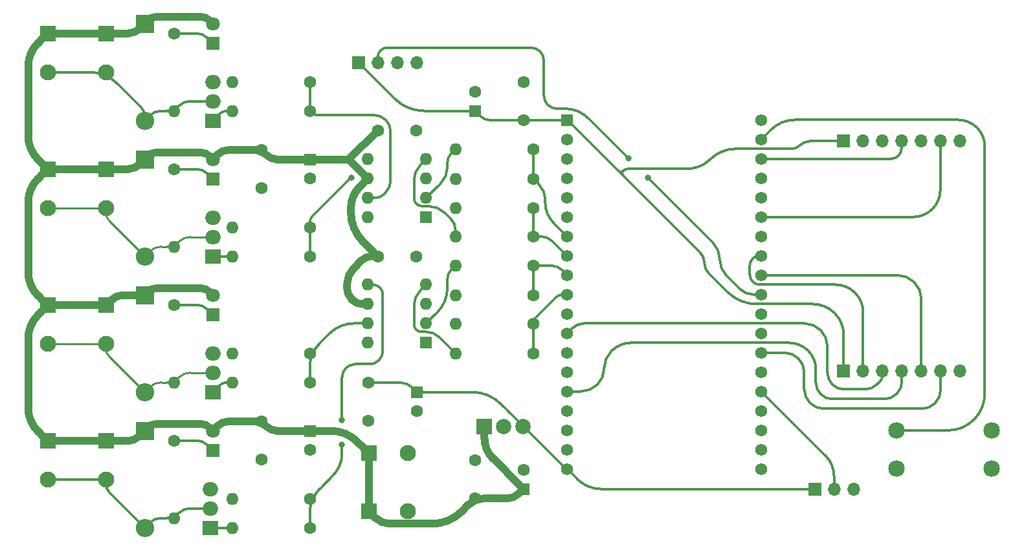
<source format=gtl>
G04 #@! TF.GenerationSoftware,KiCad,Pcbnew,(6.0.4)*
G04 #@! TF.CreationDate,2022-07-29T23:35:55-06:00*
G04 #@! TF.ProjectId,ESP32-Sprinkler-System,45535033-322d-4537-9072-696e6b6c6572,1*
G04 #@! TF.SameCoordinates,Original*
G04 #@! TF.FileFunction,Copper,L1,Top*
G04 #@! TF.FilePolarity,Positive*
%FSLAX46Y46*%
G04 Gerber Fmt 4.6, Leading zero omitted, Abs format (unit mm)*
G04 Created by KiCad (PCBNEW (6.0.4)) date 2022-07-29 23:35:55*
%MOMM*%
%LPD*%
G01*
G04 APERTURE LIST*
G04 #@! TA.AperFunction,ComponentPad*
%ADD10R,1.600000X1.600000*%
G04 #@! TD*
G04 #@! TA.AperFunction,ComponentPad*
%ADD11O,1.600000X1.600000*%
G04 #@! TD*
G04 #@! TA.AperFunction,ComponentPad*
%ADD12C,1.600000*%
G04 #@! TD*
G04 #@! TA.AperFunction,ComponentPad*
%ADD13R,2.100000X2.100000*%
G04 #@! TD*
G04 #@! TA.AperFunction,ComponentPad*
%ADD14C,2.100000*%
G04 #@! TD*
G04 #@! TA.AperFunction,ComponentPad*
%ADD15R,1.700000X1.700000*%
G04 #@! TD*
G04 #@! TA.AperFunction,ComponentPad*
%ADD16O,1.700000X1.700000*%
G04 #@! TD*
G04 #@! TA.AperFunction,ComponentPad*
%ADD17R,1.800000X1.800000*%
G04 #@! TD*
G04 #@! TA.AperFunction,ComponentPad*
%ADD18C,1.800000*%
G04 #@! TD*
G04 #@! TA.AperFunction,ComponentPad*
%ADD19R,2.400000X2.400000*%
G04 #@! TD*
G04 #@! TA.AperFunction,ComponentPad*
%ADD20O,2.400000X2.400000*%
G04 #@! TD*
G04 #@! TA.AperFunction,ComponentPad*
%ADD21C,2.159000*%
G04 #@! TD*
G04 #@! TA.AperFunction,ComponentPad*
%ADD22R,2.000000X2.000000*%
G04 #@! TD*
G04 #@! TA.AperFunction,ComponentPad*
%ADD23C,2.000000*%
G04 #@! TD*
G04 #@! TA.AperFunction,ComponentPad*
%ADD24R,2.000000X1.905000*%
G04 #@! TD*
G04 #@! TA.AperFunction,ComponentPad*
%ADD25O,2.000000X1.905000*%
G04 #@! TD*
G04 #@! TA.AperFunction,ComponentPad*
%ADD26R,1.560000X1.560000*%
G04 #@! TD*
G04 #@! TA.AperFunction,ComponentPad*
%ADD27C,1.560000*%
G04 #@! TD*
G04 #@! TA.AperFunction,ViaPad*
%ADD28C,0.800000*%
G04 #@! TD*
G04 #@! TA.AperFunction,Conductor*
%ADD29C,0.300000*%
G04 #@! TD*
G04 #@! TA.AperFunction,Conductor*
%ADD30C,1.000000*%
G04 #@! TD*
G04 #@! TA.AperFunction,Conductor*
%ADD31C,0.261000*%
G04 #@! TD*
G04 APERTURE END LIST*
D10*
X112610000Y-106680000D03*
D11*
X112610000Y-104140000D03*
X112610000Y-101600000D03*
X112610000Y-99060000D03*
X104990000Y-99060000D03*
X104990000Y-101600000D03*
X104990000Y-104140000D03*
X104990000Y-106680000D03*
D10*
X97380000Y-82640000D03*
D12*
X97380000Y-85140000D03*
D13*
X70710000Y-101770000D03*
X63090000Y-101770000D03*
D14*
X70710000Y-106850000D03*
X63090000Y-106850000D03*
D12*
X126590000Y-88990000D03*
D11*
X116430000Y-88990000D03*
D15*
X167156200Y-80263200D03*
D16*
X169696200Y-80263200D03*
X172236200Y-80263200D03*
X174776200Y-80263200D03*
X177316200Y-80263200D03*
X179856200Y-80263200D03*
X182396200Y-80263200D03*
D10*
X112610000Y-90250000D03*
D11*
X112610000Y-87710000D03*
X112610000Y-85170000D03*
X112610000Y-82630000D03*
X104990000Y-82630000D03*
X104990000Y-85170000D03*
X104990000Y-87710000D03*
X104990000Y-90250000D03*
D12*
X126590000Y-92720000D03*
D11*
X116430000Y-92720000D03*
D10*
X125320000Y-125820000D03*
D12*
X125320000Y-123320000D03*
D10*
X97380000Y-118200000D03*
D12*
X97380000Y-120700000D03*
X97380000Y-130900000D03*
D11*
X87220000Y-130900000D03*
D12*
X126590000Y-96530000D03*
D11*
X116430000Y-96530000D03*
D12*
X97380000Y-95340000D03*
D11*
X87220000Y-95340000D03*
D17*
X84680000Y-67400000D03*
D18*
X84680000Y-64860000D03*
D12*
X126590000Y-104150000D03*
D11*
X116430000Y-104150000D03*
D13*
X105080000Y-121107500D03*
X105080000Y-128727500D03*
D14*
X110160000Y-121107500D03*
X110160000Y-128727500D03*
D12*
X79600000Y-101690000D03*
D11*
X79600000Y-111850000D03*
D19*
X75790000Y-64860000D03*
D20*
X75790000Y-77560000D03*
D17*
X84680000Y-102960000D03*
D18*
X84680000Y-100420000D03*
D12*
X126590000Y-100420000D03*
D11*
X116430000Y-100420000D03*
D21*
X174091600Y-118150640D03*
X186588400Y-118150640D03*
X174091600Y-123149360D03*
X186588400Y-123149360D03*
D19*
X75790000Y-118200000D03*
D20*
X75790000Y-130900000D03*
D22*
X120230000Y-117610000D03*
D23*
X122770000Y-117610000D03*
X125310000Y-117610000D03*
D12*
X106270000Y-95340000D03*
X111270000Y-95340000D03*
D19*
X75790000Y-100420000D03*
D20*
X75790000Y-113120000D03*
D12*
X79600000Y-66130000D03*
D11*
X79600000Y-76290000D03*
D12*
X97380000Y-72480000D03*
D11*
X87220000Y-72480000D03*
D12*
X79600000Y-119470000D03*
D11*
X79600000Y-129630000D03*
D12*
X97380000Y-127090000D03*
D11*
X87220000Y-127090000D03*
D24*
X84355000Y-130900000D03*
D25*
X84355000Y-128360000D03*
X84355000Y-125820000D03*
D17*
X84680000Y-85180000D03*
D18*
X84680000Y-82640000D03*
D12*
X126590000Y-108040000D03*
D11*
X116430000Y-108040000D03*
D12*
X106310000Y-78830000D03*
X111310000Y-78830000D03*
D13*
X70710000Y-119550000D03*
X63090000Y-119550000D03*
D14*
X70710000Y-124630000D03*
X63090000Y-124630000D03*
D12*
X97380000Y-76290000D03*
D11*
X87220000Y-76290000D03*
D12*
X105000000Y-111890000D03*
X105000000Y-116890000D03*
X97380000Y-91530000D03*
D11*
X87220000Y-91530000D03*
D15*
X167216000Y-110350700D03*
D16*
X169756000Y-110350700D03*
X172296000Y-110350700D03*
X174836000Y-110350700D03*
X177376000Y-110350700D03*
X179916000Y-110350700D03*
X182456000Y-110350700D03*
D12*
X79600000Y-83910000D03*
D11*
X79600000Y-94070000D03*
D19*
X75790000Y-82640000D03*
D20*
X75790000Y-95340000D03*
D15*
X103730000Y-69940000D03*
D16*
X106270000Y-69940000D03*
X108810000Y-69940000D03*
X111350000Y-69940000D03*
D12*
X118970000Y-127050000D03*
X118970000Y-122050000D03*
D26*
X131035000Y-77485000D03*
D27*
X131035000Y-80025000D03*
X131035000Y-82565000D03*
X131035000Y-85105000D03*
X131035000Y-87645000D03*
X131035000Y-90185000D03*
X131035000Y-92725000D03*
X131035000Y-95265000D03*
X131035000Y-97805000D03*
X131035000Y-100345000D03*
X131035000Y-102885000D03*
X131035000Y-105425000D03*
X131035000Y-107965000D03*
X131035000Y-110505000D03*
X131035000Y-113045000D03*
X131035000Y-115585000D03*
X131035000Y-118125000D03*
X131035000Y-120665000D03*
X131035000Y-123205000D03*
X156435000Y-77485000D03*
X156435000Y-80025000D03*
X156435000Y-82565000D03*
X156435000Y-85105000D03*
X156435000Y-87645000D03*
X156435000Y-90185000D03*
X156435000Y-92725000D03*
X156435000Y-95265000D03*
X156435000Y-97805000D03*
X156435000Y-100345000D03*
X156435000Y-102885000D03*
X156435000Y-105425000D03*
X156435000Y-107965000D03*
X156435000Y-110505000D03*
X156435000Y-113045000D03*
X156435000Y-115585000D03*
X156435000Y-118125000D03*
X156435000Y-120665000D03*
X156435000Y-123205000D03*
D24*
X84680000Y-113120000D03*
D25*
X84680000Y-110580000D03*
X84680000Y-108040000D03*
D12*
X91030000Y-81410000D03*
X91030000Y-86410000D03*
D10*
X118970000Y-76290000D03*
D12*
X118970000Y-73790000D03*
D10*
X111350000Y-113120000D03*
D12*
X111350000Y-115620000D03*
D17*
X84680000Y-120740000D03*
D18*
X84680000Y-118200000D03*
D13*
X70710000Y-83910000D03*
X63090000Y-83910000D03*
D14*
X70710000Y-88990000D03*
X63090000Y-88990000D03*
D12*
X97380000Y-111850000D03*
D11*
X87220000Y-111850000D03*
D12*
X126590000Y-81290000D03*
D11*
X116430000Y-81290000D03*
D24*
X84680000Y-77560000D03*
D25*
X84680000Y-75020000D03*
X84680000Y-72480000D03*
D15*
X163420000Y-125820000D03*
D16*
X165960000Y-125820000D03*
X168500000Y-125820000D03*
D13*
X70710000Y-66130000D03*
X63090000Y-66130000D03*
D14*
X70710000Y-71210000D03*
X63090000Y-71210000D03*
D12*
X91030000Y-116970000D03*
X91030000Y-121970000D03*
X125320000Y-77520000D03*
X125320000Y-72520000D03*
X97380000Y-108040000D03*
D11*
X87220000Y-108040000D03*
D24*
X84680000Y-95340000D03*
D25*
X84680000Y-92800000D03*
X84680000Y-90260000D03*
D12*
X126590000Y-85180000D03*
D11*
X116430000Y-85180000D03*
D28*
X139097896Y-82550000D03*
X141637896Y-85090000D03*
X101600000Y-116840000D03*
X101600000Y-120015000D03*
X102870000Y-85090000D03*
D29*
X125310000Y-117610000D02*
X125551477Y-117851477D01*
X128146883Y-120446883D02*
X128265531Y-120565531D01*
X125551477Y-117851477D02*
X125792574Y-118092574D01*
X125792574Y-118092574D02*
X126033671Y-118333671D01*
X129698424Y-121998424D02*
X130030028Y-122330028D01*
X112219741Y-113120000D02*
X118566036Y-113120000D01*
X128028235Y-120328235D02*
X128146883Y-120446883D01*
X126034051Y-118334051D02*
X126275908Y-118575908D01*
X122594804Y-114894804D02*
X122549551Y-114849551D01*
X130361632Y-122661632D02*
X130030028Y-122330028D01*
X135499084Y-125820000D02*
X163420000Y-125820000D01*
X122775817Y-115075817D02*
X122956830Y-115256830D01*
X123861896Y-116161896D02*
X123635630Y-115935630D01*
X123861896Y-116161896D02*
X124585948Y-116885948D01*
X126275908Y-118575908D02*
X126517765Y-118817765D01*
X123137843Y-115437843D02*
X123318856Y-115618856D01*
X122594804Y-114894804D02*
X122775817Y-115075817D01*
X122459045Y-114759045D02*
X122549551Y-114849551D01*
X129366820Y-121666820D02*
X128265531Y-120565531D01*
X124585948Y-116885948D02*
X125310000Y-117610000D01*
X132342500Y-124512500D02*
X131080961Y-123250961D01*
X129366820Y-121666820D02*
X129698424Y-121998424D01*
X122413792Y-114713792D02*
X122459045Y-114759045D01*
X127121269Y-119421269D02*
X128028235Y-120328235D01*
X109250258Y-111890000D02*
X105000000Y-111890000D01*
X123318856Y-115618856D02*
X123364110Y-115664110D01*
X126034051Y-118334051D02*
X126033671Y-118333671D01*
X130361632Y-122661632D02*
X130693236Y-122993236D01*
X130859038Y-123159038D02*
X130693236Y-122993236D01*
X123364110Y-115664110D02*
X123635630Y-115935630D01*
X126638314Y-118938314D02*
X127121269Y-119421269D01*
X126517765Y-118817765D02*
X126638314Y-118938314D01*
X122956830Y-115256830D02*
X123137843Y-115437843D01*
X130970000Y-123205006D02*
G75*
G02*
X130859039Y-123159037I0J156906D01*
G01*
X110735012Y-112504988D02*
G75*
G03*
X109250258Y-111890000I-1484712J-1484712D01*
G01*
X110734988Y-112505012D02*
G75*
G03*
X112219741Y-113120000I1484712J1484712D01*
G01*
X131080956Y-123250966D02*
G75*
G03*
X130970000Y-123205000I-110956J-110934D01*
G01*
X132342505Y-124512495D02*
G75*
G03*
X135499084Y-125820000I3156595J3156595D01*
G01*
X118566036Y-113119990D02*
G75*
G02*
X122413791Y-114713793I-36J-5441610D01*
G01*
X84045000Y-66765000D02*
X84680000Y-67400000D01*
X82511974Y-66130000D02*
X79600000Y-66130000D01*
X84045008Y-66764992D02*
G75*
G03*
X82511974Y-66130000I-1533008J-1533008D01*
G01*
X149563564Y-97563564D02*
X152006207Y-100006207D01*
X167155800Y-80263600D02*
X167156200Y-80263200D01*
X167216000Y-105645843D02*
X167216000Y-110350700D01*
X160317579Y-81280000D02*
X152972013Y-81280000D01*
X118100258Y-76290000D02*
X112333963Y-76290000D01*
X138334000Y-84740000D02*
X137764000Y-84170000D01*
X146682986Y-83885000D02*
X139022050Y-83885000D01*
X130975251Y-77520000D02*
X125320000Y-77520000D01*
X162770420Y-80264000D02*
X167154834Y-80264000D01*
X121069741Y-77520000D02*
X125295251Y-77520000D01*
X131094556Y-77500556D02*
X137764000Y-84170000D01*
X131019443Y-77500556D02*
X131017499Y-77502499D01*
X138334000Y-84740000D02*
X148436435Y-94842435D01*
X155853963Y-101600000D02*
X163170156Y-101600000D01*
X108486207Y-74696207D02*
X103730000Y-69940000D01*
X163170156Y-101600018D02*
G75*
G02*
X166031000Y-102785000I44J-4045782D01*
G01*
X166031013Y-102784987D02*
G75*
G02*
X167216000Y-105645843I-2860813J-2860813D01*
G01*
X131057000Y-77484997D02*
G75*
G02*
X131094555Y-77500557I0J-53103D01*
G01*
X118100258Y-76290018D02*
G75*
G02*
X119584999Y-76905001I42J-2099682D01*
G01*
X148999992Y-96203000D02*
G75*
G03*
X149563564Y-97563564I1924108J0D01*
G01*
X138333999Y-84169999D02*
G75*
G02*
X137764001Y-84169999I-284999J285002D01*
G01*
X146682986Y-83884994D02*
G75*
G03*
X149827500Y-82582500I14J4446994D01*
G01*
X152972013Y-81280006D02*
G75*
G03*
X149827500Y-82582500I-13J-4446994D01*
G01*
X138334001Y-84170001D02*
G75*
G03*
X138334001Y-84739999I284999J-284999D01*
G01*
X161543994Y-80771994D02*
G75*
G02*
X162770420Y-80264000I1226406J-1226406D01*
G01*
X108486215Y-74696199D02*
G75*
G03*
X112333963Y-76290000I3847785J3847799D01*
G01*
X131057000Y-77484996D02*
G75*
G03*
X131019443Y-77500556I0J-53104D01*
G01*
X167154834Y-80264014D02*
G75*
G03*
X167155800Y-80263600I-34J1414D01*
G01*
X121069741Y-77519982D02*
G75*
G02*
X119585001Y-76904999I-41J2099682D01*
G01*
X148436429Y-94842441D02*
G75*
G02*
X149000000Y-96203000I-1360529J-1360559D01*
G01*
X152006215Y-100006199D02*
G75*
G03*
X155853963Y-101600000I3847785J3847799D01*
G01*
X131017485Y-77502485D02*
G75*
G02*
X130975251Y-77520000I-42285J42285D01*
G01*
X139022050Y-83885022D02*
G75*
G03*
X138334001Y-84170001I-50J-972978D01*
G01*
X161544006Y-80772006D02*
G75*
G02*
X160317579Y-81280000I-1226406J1226406D01*
G01*
D30*
X75672417Y-82757576D02*
X75674947Y-82755046D01*
X75229034Y-118760958D02*
X75226837Y-118763155D01*
X75405696Y-118584295D02*
X75404599Y-118585393D01*
X75381030Y-118608963D02*
X75379821Y-118610170D01*
X75155000Y-65495000D02*
X75155045Y-65494954D01*
X75164618Y-65485375D02*
X75162720Y-65487273D01*
X73576474Y-66130000D02*
X73621974Y-66130000D01*
X76240000Y-82190000D02*
X76230000Y-82199999D01*
X75455620Y-65194373D02*
X75459593Y-65190399D01*
X75582809Y-82847183D02*
X75579918Y-82850074D01*
X75241355Y-83188639D02*
X75239186Y-83190808D01*
X75751865Y-64898126D02*
X75744186Y-64905805D01*
X75432497Y-82997498D02*
X75420935Y-83009060D01*
X67510072Y-66130000D02*
X68089286Y-66130000D01*
X75625476Y-118364515D02*
X75623168Y-118366822D01*
X70232975Y-119550000D02*
X70189609Y-119550000D01*
X75503472Y-118486518D02*
X75499956Y-118490034D01*
X75161683Y-65488309D02*
X75161727Y-65488266D01*
X75399487Y-118590504D02*
X75397400Y-118592592D01*
X75759182Y-82670810D02*
X75751865Y-82678126D01*
X75177037Y-65472955D02*
X75175592Y-65474400D01*
X75862946Y-118127046D02*
X75862067Y-118127925D01*
X75866461Y-118123530D02*
X75865583Y-118124409D01*
X104124617Y-95900382D02*
X103133025Y-96891974D01*
X75321704Y-83108288D02*
X75320665Y-83109328D01*
X66546890Y-119550000D02*
X65267457Y-119550000D01*
X75168003Y-118821988D02*
X75166959Y-118823032D01*
X75323059Y-65326934D02*
X75321704Y-65328289D01*
X75681010Y-118308981D02*
X75677495Y-118312496D01*
X75180785Y-83249207D02*
X75179068Y-83250923D01*
X64307883Y-119550000D02*
X63988025Y-119550000D01*
X75385162Y-65264830D02*
X75383717Y-65266275D01*
X68186268Y-83910000D02*
X68137777Y-83910000D01*
X75833572Y-82596423D02*
X75818395Y-82611598D01*
X76190000Y-64459997D02*
X76169999Y-64479998D01*
X75392730Y-118597262D02*
X75391851Y-118598141D01*
X73355307Y-119550000D02*
X73311941Y-119550000D01*
X76190000Y-82239997D02*
X76169999Y-82259998D01*
X75273693Y-65376299D02*
X75270260Y-65379732D01*
X75261226Y-83168766D02*
X75260503Y-83169489D01*
X75594371Y-82835620D02*
X75595094Y-82834897D01*
X75578970Y-65071021D02*
X75579919Y-65070073D01*
X75515601Y-65134392D02*
X75508375Y-65141618D01*
X96928890Y-118200000D02*
X96695850Y-118200000D01*
X75772868Y-64877124D02*
X75772145Y-64877847D01*
X94799499Y-82640000D02*
X95090444Y-82640000D01*
X75693314Y-118296677D02*
X75686283Y-118303708D01*
X75342345Y-65307647D02*
X75340538Y-65309454D01*
X75139606Y-118850387D02*
X75138727Y-118851267D01*
X75331821Y-83098171D02*
X75329924Y-83100068D01*
X75196413Y-83233578D02*
X75194516Y-83235475D01*
X75585701Y-65064293D02*
X75582810Y-65067184D01*
X75491753Y-65158239D02*
X75490308Y-65159684D01*
X98748291Y-118200000D02*
X98064144Y-118200000D01*
X75260277Y-65389714D02*
X75260503Y-65389489D01*
X75325878Y-118664113D02*
X75324450Y-118665542D01*
X75588590Y-65061402D02*
X75589673Y-65060318D01*
X61820000Y-67400000D02*
X62455000Y-66765000D01*
X76222420Y-117767576D02*
X76215389Y-117774607D01*
X75169089Y-83260904D02*
X75168818Y-83261175D01*
X93619917Y-82640000D02*
X93436487Y-82640000D01*
X75470435Y-65179557D02*
X75469713Y-65180280D01*
X75802495Y-82627497D02*
X75787320Y-82642672D01*
X70016146Y-119550000D02*
X69842683Y-119550000D01*
X95824161Y-82640000D02*
X96127813Y-82640000D01*
X75386578Y-118603416D02*
X75386797Y-118603195D01*
X75155135Y-65494863D02*
X75155180Y-65494818D01*
X75233043Y-65416949D02*
X75230150Y-65419842D01*
X75350113Y-65299879D02*
X75348668Y-65301324D01*
X75308199Y-65341795D02*
X75308153Y-65341841D01*
X75498637Y-118491353D02*
X75497759Y-118492232D01*
X75186070Y-65463921D02*
X75184851Y-65465141D01*
X75607379Y-82822612D02*
X75603044Y-82826949D01*
X75118786Y-118871208D02*
X75118073Y-118871922D01*
X75466821Y-82963169D02*
X75463208Y-82966783D01*
X75649293Y-65000699D02*
X75634840Y-65015152D01*
X75795050Y-118194942D02*
X75785821Y-118204171D01*
X72574724Y-119550000D02*
X72314530Y-119550000D01*
X75562358Y-118427634D02*
X75553566Y-118436424D01*
X72165984Y-66130000D02*
X72393484Y-66130000D01*
X75561852Y-82868140D02*
X75561129Y-82868863D01*
X75279341Y-83150652D02*
X75279295Y-83150699D01*
X75213756Y-65436233D02*
X75213711Y-65436279D01*
X75340538Y-65309454D02*
X75338731Y-65311261D01*
X75630505Y-65019487D02*
X75624722Y-65025269D01*
X95021829Y-118200000D02*
X94643411Y-118200000D01*
X75288914Y-65361079D02*
X75298579Y-65351414D01*
X75576126Y-65073866D02*
X75575222Y-65074769D01*
X75193296Y-83236695D02*
X75189683Y-83240308D01*
X75327214Y-65322777D02*
X75326989Y-65323003D01*
X75189683Y-65460308D02*
X75186070Y-65463921D01*
X75137848Y-118852146D02*
X75136968Y-118853025D01*
X75313077Y-83116915D02*
X75308198Y-83121794D01*
X75471519Y-65178473D02*
X75470435Y-65179557D01*
X75264116Y-65385874D02*
X75264433Y-65385558D01*
X75956422Y-64693571D02*
X75949991Y-64700002D01*
X75193296Y-65456695D02*
X75189683Y-65460308D01*
X75444058Y-82985935D02*
X75432497Y-82997498D01*
X75173062Y-83256931D02*
X75172340Y-83257653D01*
X75379019Y-65270973D02*
X75378296Y-65271696D01*
X75227258Y-65422733D02*
X75224370Y-65425622D01*
X75875847Y-82554147D02*
X75911962Y-82518032D01*
X75171618Y-65478375D02*
X75170897Y-65479098D01*
X76141561Y-117848434D02*
X76113436Y-117876559D01*
X75475494Y-82954497D02*
X75474410Y-82955581D01*
X75401603Y-65248390D02*
X75397810Y-65252183D01*
X75770519Y-64879474D02*
X75770157Y-64879835D01*
X75363122Y-65286871D02*
X75360231Y-65289761D01*
X75769976Y-64880016D02*
X75769253Y-64880739D01*
X75146363Y-118843630D02*
X75147407Y-118842586D01*
X97001579Y-118200000D02*
X96928890Y-118200000D01*
X75266166Y-118723825D02*
X75266219Y-118723773D01*
X75879040Y-118110951D02*
X75870361Y-118119630D01*
X75392730Y-118597262D02*
X75393170Y-118596823D01*
X75478746Y-65171246D02*
X75477301Y-65172691D01*
X76070368Y-117919626D02*
X76085310Y-117904684D01*
X73075978Y-83910000D02*
X72893980Y-83910000D01*
X75376669Y-65273322D02*
X75376760Y-65273232D01*
X75157708Y-65492287D02*
X75157346Y-65492648D01*
X72097701Y-119550000D02*
X71403848Y-119550000D01*
X75384600Y-118605392D02*
X75384380Y-118605611D01*
X73442039Y-119550000D02*
X73355307Y-119550000D01*
X75875847Y-82554147D02*
X75852722Y-82577272D01*
X75324098Y-65325895D02*
X75324279Y-65325714D01*
X75244856Y-118745137D02*
X75244416Y-118745576D01*
X75263214Y-83166779D02*
X75262853Y-83167141D01*
X75864924Y-118125069D02*
X75864705Y-118125289D01*
X75463208Y-65186784D02*
X75459593Y-65190399D01*
X75131916Y-118858076D02*
X75131697Y-118858297D01*
X75375153Y-118614839D02*
X75371637Y-118618356D01*
X75189683Y-83240308D02*
X75186070Y-83243921D01*
X75182783Y-118807209D02*
X75182673Y-118807318D01*
X104247500Y-101600000D02*
X104990000Y-101600000D01*
X75574725Y-65075266D02*
X75572828Y-65077163D01*
X75351919Y-65298073D02*
X75351558Y-65298434D01*
X75119392Y-118870602D02*
X75119502Y-118870493D01*
X73138478Y-119550000D02*
X72965015Y-119550000D01*
X60550000Y-88246051D02*
X60550000Y-97433948D01*
X75116480Y-118873514D02*
X75116151Y-118873845D01*
X76113436Y-117876559D02*
X76085310Y-117904684D01*
X75261769Y-65388224D02*
X75261407Y-65388585D01*
X75320665Y-83109328D02*
X75317233Y-83112760D01*
X75372741Y-65277250D02*
X75371793Y-65278199D01*
X75366013Y-83063982D02*
X75363123Y-83066872D01*
X75863166Y-118126826D02*
X75862946Y-118127046D01*
X75383282Y-118606710D02*
X75382183Y-118607809D01*
X75313077Y-65336915D02*
X75313801Y-65336192D01*
X75122028Y-118867966D02*
X75120930Y-118869064D01*
X73439974Y-83910000D02*
X73257976Y-83910000D01*
X75247711Y-118742280D02*
X75246833Y-118743159D01*
X75609819Y-118380172D02*
X75608940Y-118381051D01*
X75578970Y-82851023D02*
X75577975Y-82852016D01*
X75480620Y-118509372D02*
X75466558Y-118523434D01*
X75221481Y-65428511D02*
X75218590Y-65431402D01*
X75770519Y-64879474D02*
X75770700Y-64879294D01*
X75373780Y-83056213D02*
X75373735Y-83056259D01*
X72965015Y-119550000D02*
X72791552Y-119550000D01*
X75486334Y-65163659D02*
X75482721Y-65167272D01*
X75751865Y-82678126D02*
X75744187Y-82685805D01*
X75374683Y-65275309D02*
X75373780Y-65276212D01*
X76190000Y-82239997D02*
X76210000Y-82219998D01*
X75249743Y-118740249D02*
X75248095Y-118741896D01*
X75482721Y-82947271D02*
X75480553Y-82949439D01*
X75579936Y-118410055D02*
X75571147Y-118418845D01*
X75378668Y-118611324D02*
X75375153Y-118614839D01*
X75184851Y-65465141D02*
X75182954Y-65467038D01*
X75330053Y-118659939D02*
X75327745Y-118662246D01*
X75360231Y-65289761D02*
X75357340Y-65292652D01*
X75289624Y-118700369D02*
X75277869Y-118712124D01*
X75419703Y-118570290D02*
X75424373Y-118565620D01*
X75259359Y-118730634D02*
X75255183Y-118734810D01*
X94799499Y-82640000D02*
X94647673Y-82640000D01*
X75515601Y-82914391D02*
X75508375Y-82921617D01*
X75505671Y-118484321D02*
X75504791Y-118485200D01*
X75401648Y-83028344D02*
X75401603Y-83028390D01*
X75550109Y-65099883D02*
X75542521Y-65107471D01*
X76240000Y-64410000D02*
X76230000Y-64419999D01*
X75510943Y-118479048D02*
X75510503Y-118479488D01*
X75665190Y-118324801D02*
X75659917Y-118330074D01*
X75120711Y-118869282D02*
X75120051Y-118869943D01*
X96695850Y-118200000D02*
X96157081Y-118200000D01*
X75897718Y-118092275D02*
X75888159Y-118101832D01*
X75875847Y-64774146D02*
X75852722Y-64797271D01*
X75629378Y-118360614D02*
X75628279Y-118361713D01*
X75132300Y-118857692D02*
X75131970Y-118858021D01*
X75510503Y-118479488D02*
X75508746Y-118481246D01*
X93328971Y-82640000D02*
X93196151Y-82640000D01*
X75162720Y-83267273D02*
X75164617Y-83265376D01*
X76077142Y-64572852D02*
X76071431Y-64578562D01*
X75266827Y-65383164D02*
X75265788Y-65384203D01*
X75234127Y-83195865D02*
X75233043Y-83196949D01*
X75770700Y-82659294D02*
X75770519Y-82659474D01*
X75404599Y-118585393D02*
X75402180Y-118587812D01*
X75324098Y-65325895D02*
X75323375Y-65326618D01*
X75308198Y-83121794D02*
X75308152Y-83121840D01*
X75157526Y-83272468D02*
X75157166Y-83272829D01*
X62455000Y-83275000D02*
X61820000Y-82640000D01*
X75644535Y-118345456D02*
X75643656Y-118346334D01*
X75277869Y-118712124D02*
X75272044Y-118717949D01*
X75200298Y-83229693D02*
X75198581Y-83231410D01*
X102979973Y-101074973D02*
X102870000Y-100965000D01*
X102348285Y-82640000D02*
X102164855Y-82640000D01*
X75325543Y-83104449D02*
X75325182Y-83104811D01*
X70189609Y-119550000D02*
X70016146Y-119550000D01*
X75186407Y-118803584D02*
X75185310Y-118804683D01*
X85295000Y-82025000D02*
X85130000Y-82190000D01*
X75350114Y-83079879D02*
X75348669Y-83081324D01*
X75151305Y-118838686D02*
X75148998Y-118840993D01*
X75342346Y-83087647D02*
X75340539Y-83089454D01*
X102164855Y-82640000D02*
X102073140Y-82640000D01*
X75161680Y-83268312D02*
X75160777Y-83269215D01*
X75653990Y-82776003D02*
X75649293Y-82780701D01*
X75380465Y-65269527D02*
X75379742Y-65270250D01*
X75170174Y-65479819D02*
X75169812Y-65480182D01*
X68137777Y-66130000D02*
X68089286Y-66130000D01*
X75312310Y-118677682D02*
X75308135Y-118681857D01*
X75482721Y-82947271D02*
X75486334Y-82943658D01*
X75522808Y-118467183D02*
X75521049Y-118468941D01*
X75245955Y-118744039D02*
X75246174Y-118743819D01*
X102073140Y-82640000D02*
X101706281Y-82640000D01*
X65267457Y-119550000D02*
X64947599Y-119550000D01*
X71047500Y-101432500D02*
X71385000Y-101095000D01*
X75224370Y-83205622D02*
X75221481Y-83208511D01*
X75544779Y-118445211D02*
X75535992Y-118453998D01*
X75542519Y-82887470D02*
X75537281Y-82892709D01*
X93413553Y-118200000D02*
X93224345Y-118200000D01*
X75217387Y-118772604D02*
X75216947Y-118773044D01*
X70482500Y-83910000D02*
X70709998Y-83910000D01*
X75653764Y-118336226D02*
X75650249Y-118339741D01*
X73439974Y-66130000D02*
X73257976Y-66130000D01*
X75288914Y-83141079D02*
X75298579Y-83131414D01*
X75401603Y-83028390D02*
X75397810Y-83032183D01*
X75351559Y-83078434D02*
X75350114Y-83079879D01*
X75405534Y-83024460D02*
X75401648Y-83028344D01*
X76197811Y-117792184D02*
X76208358Y-117781638D01*
X102759318Y-89615000D02*
X102759318Y-88978012D01*
X75168186Y-83261807D02*
X75167643Y-83262348D01*
X75239747Y-118750246D02*
X75237440Y-118752553D01*
X75325545Y-65324450D02*
X75325725Y-65324269D01*
X75373735Y-83056259D02*
X75372740Y-83057253D01*
X75130159Y-118859835D02*
X75129060Y-118860934D01*
X75607378Y-65042613D02*
X75603043Y-65046950D01*
X69481511Y-66130000D02*
X69026515Y-66130000D01*
X75181793Y-118808198D02*
X75180914Y-118809077D01*
X75405534Y-65244460D02*
X75401648Y-65248344D01*
X75213433Y-118776559D02*
X75212994Y-118776998D01*
X75301327Y-118688667D02*
X75301274Y-118688720D01*
X75248095Y-118741896D02*
X75247711Y-118742280D01*
X75303366Y-83126627D02*
X75298579Y-83131414D01*
X75342849Y-118647143D02*
X75340654Y-118649338D01*
X75194516Y-65455476D02*
X75193296Y-65456695D01*
X75354499Y-118635493D02*
X75354060Y-118635933D01*
X75165610Y-65484381D02*
X75165656Y-65484336D01*
X75167462Y-65482530D02*
X75166559Y-65483433D01*
X75477301Y-82952690D02*
X75476940Y-82953051D01*
X75209195Y-83220796D02*
X75208473Y-83221519D01*
X75634840Y-65015152D02*
X75630505Y-65019487D01*
X75888159Y-118101832D02*
X75879040Y-118110951D01*
X75198581Y-83231410D02*
X75197723Y-83232268D01*
X99945549Y-118200000D02*
X99774512Y-118200000D01*
X75378839Y-83051154D02*
X75379020Y-83050973D01*
X69982006Y-66130000D02*
X69800008Y-66130000D01*
X75177399Y-118812591D02*
X75178277Y-118811714D01*
X75210414Y-65439576D02*
X75210550Y-65439441D01*
X99774512Y-118200000D02*
X99603475Y-118200000D01*
X75156442Y-65493552D02*
X75156217Y-65493778D01*
X75233043Y-83196949D02*
X75230150Y-83199842D01*
X66339047Y-83910000D02*
X65168022Y-83910000D01*
X60550000Y-70466051D02*
X60550000Y-79573948D01*
X75333718Y-65316274D02*
X75331821Y-65318171D01*
X75577930Y-82852062D02*
X75577027Y-82852965D01*
X75326989Y-65323003D02*
X75326266Y-65323726D01*
X75155135Y-65494863D02*
X75155045Y-65494954D01*
X75384160Y-118605831D02*
X75383501Y-118606490D01*
X75476217Y-82953774D02*
X75475494Y-82954497D01*
X75629432Y-118360559D02*
X75629378Y-118360614D01*
X75255671Y-83174321D02*
X75253774Y-83176218D01*
X75399487Y-118590504D02*
X75400421Y-118589571D01*
X73014594Y-100420000D02*
X75153603Y-100420000D01*
X77326396Y-63960000D02*
X83143603Y-63960000D01*
X73075978Y-66130000D02*
X72893980Y-66130000D01*
X99988308Y-118200000D02*
X99945549Y-118200000D01*
X75911961Y-64738032D02*
X75875847Y-64774146D01*
X99641152Y-82640000D02*
X99030753Y-82640000D01*
X75246613Y-118743379D02*
X75246174Y-118743819D01*
X75159874Y-83270118D02*
X75159694Y-83270298D01*
X75374685Y-83055310D02*
X75373780Y-83056213D01*
X75785821Y-118204171D02*
X75776592Y-118213400D01*
X75301274Y-118688720D02*
X75295449Y-118694545D01*
X75480191Y-65169801D02*
X75480553Y-65169440D01*
X75628279Y-118361713D02*
X75627180Y-118362812D01*
X75577027Y-82852965D02*
X75576124Y-82853868D01*
X75858276Y-118131715D02*
X75862067Y-118127925D01*
X75303366Y-65346628D02*
X75298579Y-65351414D01*
X75213711Y-65436279D02*
X75212808Y-65437183D01*
X75181793Y-118808198D02*
X75182067Y-118807924D01*
X75162720Y-65487273D02*
X75161727Y-65488266D01*
X75255183Y-118734810D02*
X75251007Y-118738985D01*
X75381084Y-118608908D02*
X75381030Y-118608963D01*
X75383501Y-118606490D02*
X75383282Y-118606710D01*
X67510072Y-66130000D02*
X66339047Y-66130000D01*
X75158970Y-65491022D02*
X75158790Y-65491203D01*
X75180785Y-65469206D02*
X75181553Y-65468439D01*
X68801906Y-119550000D02*
X67826323Y-119550000D01*
X83143603Y-117300000D02*
X77326396Y-117300000D01*
X75371792Y-83058201D02*
X75372740Y-83057253D01*
X75818395Y-82611598D02*
X75803218Y-82626773D01*
X75206400Y-118783592D02*
X75202885Y-118787107D01*
X75206305Y-83223687D02*
X75205582Y-83224410D01*
X76236484Y-117753515D02*
X76229451Y-117760546D01*
X75245146Y-83184847D02*
X75241355Y-83188639D01*
X75557697Y-65092295D02*
X75550109Y-65099883D01*
X75368902Y-65281091D02*
X75366012Y-65283981D01*
X75260278Y-83169715D02*
X75259104Y-83170889D01*
X75513580Y-118476411D02*
X75517974Y-118472017D01*
X75393115Y-65256878D02*
X75394017Y-65255976D01*
X75444059Y-65205936D02*
X75432497Y-65217498D01*
X75818397Y-64831596D02*
X75803221Y-64846771D01*
X75324097Y-83105895D02*
X75323374Y-83106617D01*
X76230000Y-82199999D02*
X76210000Y-82219998D01*
X75865363Y-118124629D02*
X75865583Y-118124409D01*
X75769976Y-82660016D02*
X75770157Y-82659835D01*
X75360232Y-83069762D02*
X75357341Y-83072652D01*
X75332360Y-118657632D02*
X75330053Y-118659939D01*
X75170896Y-83259098D02*
X75170173Y-83259820D01*
X75672417Y-82757576D02*
X75668082Y-82761912D01*
X75215190Y-118774802D02*
X75213433Y-118776559D01*
X75469713Y-65180280D02*
X75468990Y-65181003D01*
X98853513Y-82640000D02*
X98467758Y-82640000D01*
X75165656Y-83264336D02*
X75165611Y-83264382D01*
X75172563Y-118817427D02*
X75170091Y-118819900D01*
X70164004Y-83910000D02*
X69982006Y-83910000D01*
X75759181Y-64890810D02*
X75751865Y-64898126D01*
X75758794Y-118231197D02*
X75776592Y-118213400D01*
X75263214Y-83166779D02*
X75263395Y-83166598D01*
X75397810Y-83032183D02*
X75394017Y-83035976D01*
X75170091Y-118819900D02*
X75168003Y-118821988D01*
X75317233Y-83112760D02*
X75313801Y-83116192D01*
X75591120Y-82838871D02*
X75590397Y-82839594D01*
X75158657Y-65491339D02*
X75158612Y-65491384D01*
X75962855Y-82467140D02*
X75956424Y-82473571D01*
X75508375Y-82921617D02*
X75501148Y-82928842D01*
X75147845Y-118842147D02*
X75148998Y-118840993D01*
X75962853Y-64687140D02*
X75956422Y-64693571D01*
X75469713Y-82960279D02*
X75468990Y-82961002D01*
X75206307Y-65443682D02*
X75207029Y-65442961D01*
X75253774Y-65396218D02*
X75248762Y-65401231D01*
X75493198Y-65156793D02*
X75494283Y-65155709D01*
X75597984Y-82832007D02*
X75595094Y-82834897D01*
X75607379Y-82822612D02*
X75614609Y-82815383D01*
X75663747Y-82766247D02*
X75659412Y-82770582D01*
X75243042Y-118746950D02*
X75243317Y-118746675D01*
X75659049Y-82770944D02*
X75659412Y-82770582D01*
X75172339Y-65477652D02*
X75171618Y-65478375D01*
X96380639Y-82640000D02*
X96254226Y-82640000D01*
X75642338Y-118347653D02*
X75638824Y-118351168D01*
X75939192Y-118050801D02*
X75907277Y-118082716D01*
X75569440Y-82860552D02*
X75568717Y-82861275D01*
X75234127Y-65415865D02*
X75233043Y-65416949D01*
X75649293Y-82780701D02*
X75634838Y-82795154D01*
X75379743Y-83050250D02*
X75379020Y-83050973D01*
X75354450Y-83075543D02*
X75353366Y-83076627D01*
X75376942Y-83053051D02*
X75377575Y-83052420D01*
X76230000Y-64419999D02*
X76210000Y-64439998D01*
X75491753Y-82938238D02*
X75490308Y-82939683D01*
X75207750Y-65442240D02*
X75207029Y-65442961D01*
X75179156Y-118810835D02*
X75178277Y-118811714D01*
X75390221Y-83039770D02*
X75391126Y-83038867D01*
X75476940Y-65173052D02*
X75476217Y-65173775D01*
X75279295Y-65370698D02*
X75274415Y-65375576D01*
X75211905Y-65438086D02*
X75211725Y-65438267D01*
X67510072Y-83910000D02*
X66339047Y-83910000D01*
X75623276Y-65026714D02*
X75624722Y-65025269D01*
X75351920Y-83078073D02*
X75351559Y-83078434D01*
X75497759Y-118492232D02*
X75496880Y-118493111D01*
X75175639Y-118814351D02*
X75174758Y-118815231D01*
X75376311Y-83053683D02*
X75375770Y-83054224D01*
X75553566Y-118436424D02*
X75544779Y-118445211D01*
X100073827Y-118200000D02*
X100116587Y-118200000D01*
X75331821Y-65318171D02*
X75329924Y-65320068D01*
X75371793Y-65278199D02*
X75368902Y-65281091D01*
X75353365Y-65296627D02*
X75352642Y-65297350D01*
X75261950Y-83168045D02*
X75261769Y-83168225D01*
X75378296Y-65271696D02*
X75377935Y-65272058D01*
X75129060Y-118860934D02*
X75127961Y-118862033D01*
X75783346Y-64866645D02*
X75776120Y-64873872D01*
X75127905Y-118862088D02*
X75127961Y-118862033D01*
X75744292Y-118245700D02*
X75747369Y-118242624D01*
X70493169Y-119550000D02*
X70232975Y-119550000D01*
X75736507Y-64913483D02*
X75714151Y-64935840D01*
X73439974Y-83910000D02*
X73485474Y-83910000D01*
X75288914Y-65361079D02*
X75284127Y-65365866D01*
X75623168Y-118366822D02*
X75619047Y-118370943D01*
X75326989Y-83103003D02*
X75327215Y-83102778D01*
X75620383Y-82809609D02*
X75617496Y-82812496D01*
X75379821Y-118610170D02*
X75378668Y-118611324D01*
X75167462Y-83262530D02*
X75166559Y-83263433D01*
X75356257Y-118633736D02*
X75357575Y-118632418D01*
X75381912Y-65268082D02*
X75381189Y-65268803D01*
X75513580Y-118476411D02*
X75510943Y-118479048D01*
X75182954Y-65467038D02*
X75182006Y-65467987D01*
X75714151Y-64935840D02*
X75706564Y-64943429D01*
X75488501Y-82941489D02*
X75488863Y-82941128D01*
X75414923Y-118575070D02*
X75414979Y-118575015D01*
X75772868Y-64877124D02*
X75776120Y-64873872D01*
X99432438Y-118200000D02*
X99261401Y-118200000D01*
X75420935Y-83009060D02*
X75409372Y-83020621D01*
X75480191Y-82949800D02*
X75480553Y-82949439D01*
X75355378Y-118634615D02*
X75354499Y-118635493D01*
X96254226Y-82640000D02*
X96127813Y-82640000D01*
X75387193Y-83042798D02*
X75385162Y-83044831D01*
X75173785Y-65476207D02*
X75173062Y-65476930D01*
X76149998Y-82279998D02*
X76082854Y-82347141D01*
X75235577Y-83194415D02*
X75234852Y-83195140D01*
X70232702Y-101770000D02*
X63988025Y-101770000D01*
X75350103Y-118639889D02*
X75347466Y-118642526D01*
X68186268Y-83910000D02*
X69026515Y-83910000D01*
X75159692Y-65490301D02*
X75159874Y-65490119D01*
X75230150Y-83199842D02*
X75227257Y-83202734D01*
X75503472Y-118486518D02*
X75504791Y-118485200D01*
X61820000Y-118280000D02*
X62455000Y-118915000D01*
X75175231Y-65474761D02*
X75174508Y-65475484D01*
X68801906Y-119550000D02*
X69056571Y-119550000D01*
X75319397Y-118670596D02*
X75317749Y-118672243D01*
X75348307Y-83081685D02*
X75348669Y-83081324D01*
X75248762Y-65401231D02*
X75246954Y-65403039D01*
X68137777Y-83910000D02*
X68089286Y-83910000D01*
X69800008Y-83910000D02*
X69618010Y-83910000D01*
X120230000Y-119170000D02*
X120230000Y-117610000D01*
X75206307Y-65443682D02*
X75205584Y-65444407D01*
X75179069Y-65470922D02*
X75177037Y-65472955D01*
X75329924Y-83100068D02*
X75328389Y-83101604D01*
X75342849Y-118647143D02*
X75347466Y-118642526D01*
X75188824Y-118801167D02*
X75187671Y-118802320D01*
X75327745Y-118662246D02*
X75325878Y-118664113D01*
X75569440Y-65080551D02*
X75568718Y-65081274D01*
X75131970Y-118858021D02*
X75131916Y-118858076D01*
X75521049Y-118468941D02*
X75520611Y-118469380D01*
X75218590Y-83211401D02*
X75215699Y-83214290D01*
X75317749Y-118672243D02*
X75316485Y-118673507D01*
X95824161Y-82640000D02*
X95090444Y-82640000D01*
X75180035Y-118809956D02*
X75179156Y-118810835D01*
X75572828Y-65077163D02*
X75569440Y-65080551D01*
X75488501Y-65161490D02*
X75488863Y-65161129D01*
X100073827Y-118200000D02*
X99988308Y-118200000D01*
X75238823Y-65411170D02*
X75237380Y-65412613D01*
X75393115Y-65256878D02*
X75391126Y-65258867D01*
X75409372Y-65240621D02*
X75405534Y-65244460D01*
X75329924Y-65320068D02*
X75328389Y-65321604D01*
X75196413Y-65453579D02*
X75194516Y-65455476D01*
X75996542Y-117993452D02*
X75959629Y-118030365D01*
X75390972Y-118599020D02*
X75390093Y-118599898D01*
X75574724Y-82855268D02*
X75572827Y-82857165D01*
X75772867Y-82657124D02*
X75776119Y-82653873D01*
X75562575Y-65087417D02*
X75561852Y-65088140D01*
X75262853Y-65387140D02*
X75262673Y-65387321D01*
X68186268Y-66130000D02*
X69026515Y-66130000D01*
X75158608Y-83271384D02*
X75158699Y-83271294D01*
X75170173Y-83259820D02*
X75169812Y-83260182D01*
X75251007Y-118738985D02*
X75249743Y-118740249D01*
X76149998Y-64499998D02*
X76082853Y-64567141D01*
X70482500Y-66130000D02*
X70209503Y-66130000D01*
X75182005Y-83247987D02*
X75182953Y-83247038D01*
X75166559Y-83263433D02*
X75165656Y-83264336D01*
X75119117Y-118870877D02*
X75118786Y-118871208D01*
X75432497Y-65217498D02*
X75420935Y-65229060D01*
X76169999Y-82259998D02*
X76149998Y-82279998D01*
X118103146Y-127916853D02*
X117236292Y-128783707D01*
X75182398Y-118807593D02*
X75182067Y-118807924D01*
X76215389Y-117774607D02*
X76208358Y-117781638D01*
X75530055Y-65119937D02*
X75522828Y-65127164D01*
X75357340Y-65292652D02*
X75354449Y-65295543D01*
X99218642Y-118200000D02*
X98962087Y-118200000D01*
X75645854Y-118344136D02*
X75645414Y-118344577D01*
X73442039Y-119550000D02*
X73485405Y-119550000D01*
X76169999Y-64479998D02*
X76149998Y-64499998D01*
X75119172Y-118870821D02*
X75119117Y-118870877D01*
X75376941Y-65273051D02*
X75377212Y-65272780D01*
X75840918Y-118149073D02*
X75849817Y-118140174D01*
X75623276Y-65026714D02*
X75620386Y-65029605D01*
X75630503Y-82799489D02*
X75624719Y-82805273D01*
X75595538Y-118394454D02*
X75586309Y-118403681D01*
X75351558Y-65298434D02*
X75350113Y-65299879D01*
X72711982Y-66130000D02*
X72666482Y-66130000D01*
X75368121Y-118621872D02*
X75364605Y-118625388D01*
X75739019Y-118250973D02*
X75733746Y-118256246D01*
X75313077Y-83116915D02*
X75313801Y-83116192D01*
X75698588Y-118291403D02*
X75693314Y-118296677D01*
X64870779Y-83910000D02*
X64282276Y-83910000D01*
X75215699Y-83214290D02*
X75214751Y-83215238D01*
X72165986Y-83910000D02*
X72393484Y-83910000D01*
X75840918Y-118149073D02*
X75831580Y-118158412D01*
X75320665Y-65329328D02*
X75317233Y-65332760D01*
X75684342Y-82745651D02*
X75698975Y-82731018D01*
X75205582Y-83224410D02*
X75204859Y-83225133D01*
X75668082Y-82761912D02*
X75663747Y-82766247D01*
X75155360Y-65494637D02*
X75155180Y-65494818D01*
X75174508Y-83255485D02*
X75173785Y-83256208D01*
X61820000Y-100500000D02*
X62455000Y-101135000D01*
X75557696Y-82872295D02*
X75550108Y-82879883D01*
X75224370Y-65425622D02*
X75221481Y-65428511D01*
X75390132Y-65259862D02*
X75391126Y-65258867D01*
X75238823Y-83191170D02*
X75239186Y-83190808D01*
X93886574Y-118200000D02*
X93508157Y-118200000D01*
X75378478Y-83051516D02*
X75378298Y-83051697D01*
X75340539Y-83089454D02*
X75338732Y-83091260D01*
X75324174Y-118665817D02*
X75323296Y-118666696D01*
X75202885Y-118787107D02*
X75199369Y-118790622D01*
X75470435Y-82959556D02*
X75469713Y-82960279D01*
X75476940Y-82953051D02*
X75476217Y-82953774D01*
X75323058Y-83106933D02*
X75321704Y-83108288D01*
X75161725Y-83268266D02*
X75161680Y-83268312D01*
X75273692Y-83156301D02*
X75270261Y-83159734D01*
X75363123Y-83066872D02*
X75360232Y-83069762D01*
X75176520Y-118813472D02*
X75175639Y-118814351D01*
X75577932Y-65072060D02*
X75577977Y-65072015D01*
X75375588Y-83054405D02*
X75375770Y-83054224D01*
X124705000Y-126435000D02*
X125012500Y-126127500D01*
X75390093Y-118599898D02*
X75389214Y-118600777D01*
X75383355Y-65266636D02*
X75383717Y-65266275D01*
X75115548Y-118874448D02*
X75115328Y-118874669D01*
X75158246Y-83271746D02*
X75158426Y-83271565D01*
X69481511Y-83910000D02*
X69618010Y-83910000D01*
X75769253Y-64880739D02*
X75766137Y-64883855D01*
X75210550Y-83219441D02*
X75210279Y-83219712D01*
X75321704Y-65328289D02*
X75320665Y-65329328D01*
X75239747Y-118750246D02*
X75241614Y-118748379D01*
X75257568Y-83172424D02*
X75259104Y-83170889D01*
X85130000Y-117750000D02*
X85295000Y-117585000D01*
X75323058Y-83106933D02*
X75323374Y-83106617D01*
X67510072Y-83910000D02*
X68089286Y-83910000D01*
X75630640Y-118359351D02*
X75631794Y-118358198D01*
X75204861Y-65445132D02*
X75204136Y-65445855D01*
X75270260Y-65379732D02*
X75266827Y-65383164D01*
X75245145Y-65404846D02*
X75241354Y-65408638D01*
X75387194Y-65262797D02*
X75385162Y-65264830D01*
X75115986Y-118874010D02*
X75116151Y-118873845D01*
X75174320Y-118815670D02*
X75172563Y-118817427D01*
X75649293Y-65000699D02*
X75653990Y-64996002D01*
X75638824Y-118351168D02*
X75635309Y-118354683D01*
X75197362Y-65452631D02*
X75196413Y-65453579D01*
X75385162Y-83044831D02*
X75383717Y-83046276D01*
X97074268Y-118200000D02*
X97001579Y-118200000D01*
X75591119Y-65058872D02*
X75590396Y-65059595D01*
X75471519Y-82958472D02*
X75470435Y-82959556D01*
X75124390Y-118865604D02*
X75126696Y-118863299D01*
X75218590Y-65431402D02*
X75215699Y-65434291D01*
X75744186Y-64905805D02*
X75736507Y-64913483D01*
X73621974Y-83910000D02*
X73576474Y-83910000D01*
X71437991Y-66130000D02*
X70709998Y-66130000D01*
X75592925Y-65057066D02*
X75591480Y-65058511D01*
X75831580Y-118158412D02*
X75822241Y-118167751D01*
X75571147Y-118418845D02*
X75562358Y-118427634D01*
X99218642Y-118200000D02*
X99261401Y-118200000D01*
X75161683Y-65488309D02*
X75160779Y-65489214D01*
X75603044Y-82826949D02*
X75598707Y-82831284D01*
X75381189Y-65268803D02*
X75380465Y-65269527D01*
X75234852Y-65415140D02*
X75234127Y-65415865D01*
X75508746Y-118481246D02*
X75506989Y-118483003D01*
X75159692Y-65490301D02*
X75159151Y-65490842D01*
X75394927Y-118595064D02*
X75393170Y-118596823D01*
X75235936Y-65414055D02*
X75235577Y-65414415D01*
X75474410Y-82955581D02*
X75471519Y-82958472D01*
X71403848Y-119550000D02*
X70709997Y-119550000D01*
X75157889Y-65492107D02*
X75157708Y-65492287D01*
X75270261Y-83159734D02*
X75266828Y-83163165D01*
X72165984Y-66130000D02*
X71437991Y-66130000D01*
X76077143Y-82352853D02*
X76071432Y-82358564D01*
X63988025Y-66130000D02*
X64282276Y-66130000D01*
X75212994Y-118776998D02*
X75212115Y-118777877D01*
X75576124Y-82853868D02*
X75575221Y-82854771D01*
X75158880Y-83271113D02*
X75159151Y-83270841D01*
X75401648Y-65248344D02*
X75401603Y-65248390D01*
X75328389Y-65321604D02*
X75327214Y-65322777D01*
X75260236Y-118729756D02*
X75259359Y-118730634D01*
X75214751Y-83215238D02*
X75213756Y-83216233D01*
X75324459Y-83105534D02*
X75324097Y-83105895D01*
X75264116Y-65385874D02*
X75263394Y-65386597D01*
X75466822Y-65183169D02*
X75468990Y-65181003D01*
X75131697Y-118858297D02*
X75131477Y-118858517D01*
X75643656Y-118346334D02*
X75642338Y-118347653D01*
X75123126Y-118866867D02*
X75123181Y-118866813D01*
X75736508Y-82693484D02*
X75714152Y-82715840D01*
X75155045Y-83274954D02*
X75155000Y-83275000D01*
X75769976Y-64880016D02*
X75770157Y-64879835D01*
X75206305Y-83223687D02*
X75207027Y-83222965D01*
X101706281Y-82640000D02*
X101339422Y-82640000D01*
X75186070Y-83243921D02*
X75184850Y-83245141D01*
X75493198Y-82936792D02*
X75494282Y-82935708D01*
X76070368Y-117919626D02*
X76033455Y-117956539D01*
X75645414Y-118344577D02*
X75644535Y-118345456D01*
X75389950Y-83040043D02*
X75390040Y-83039952D01*
X75384710Y-118605283D02*
X75384600Y-118605392D01*
X75783346Y-82646646D02*
X75776119Y-82653873D01*
X75617496Y-82812496D02*
X75614609Y-82815383D01*
X75136090Y-118853902D02*
X75136968Y-118853025D01*
X75532036Y-118457954D02*
X75527642Y-118462349D01*
X93926664Y-82640000D02*
X93803347Y-82640000D01*
X72666482Y-66130000D02*
X72393484Y-66130000D01*
X76082854Y-82347141D02*
X76077143Y-82352853D01*
X75212808Y-83217183D02*
X75211905Y-83218086D01*
X75264118Y-83165875D02*
X75264434Y-83165559D01*
X75373734Y-65276257D02*
X75373780Y-65276212D01*
X75350103Y-118639889D02*
X75350542Y-118639450D01*
X75455619Y-82974372D02*
X75459595Y-82970396D01*
X75506550Y-118483442D02*
X75505671Y-118484321D01*
X75388910Y-83041082D02*
X75387193Y-83042798D01*
X75198581Y-65451411D02*
X75197723Y-65452269D01*
X75803218Y-82626773D02*
X75802495Y-82627497D01*
X75200298Y-65449694D02*
X75198581Y-65451411D01*
X75654643Y-118335346D02*
X75653764Y-118336226D01*
X72893980Y-66130000D02*
X72711982Y-66130000D01*
X64870779Y-66130000D02*
X64282276Y-66130000D01*
X83143603Y-99520000D02*
X77326396Y-99520000D01*
X75591480Y-65058511D02*
X75591119Y-65058872D01*
X105080000Y-128144136D02*
X105080000Y-122135456D01*
X94647673Y-82640000D02*
X94495847Y-82640000D01*
X75537282Y-65112710D02*
X75530055Y-65119937D01*
X75635309Y-118354683D02*
X75631794Y-118358198D01*
X75320660Y-118669333D02*
X75319781Y-118670212D01*
X75141803Y-118848189D02*
X75144276Y-118845717D01*
X75183992Y-118805998D02*
X75183332Y-118806659D01*
X75771964Y-64878028D02*
X75771603Y-64878390D01*
X99603475Y-118200000D02*
X99432438Y-118200000D01*
X76229451Y-117760546D02*
X76222420Y-117767576D01*
X75578970Y-65071021D02*
X75577977Y-65072015D01*
X75220024Y-118769967D02*
X75224639Y-118765352D01*
X75356257Y-118633736D02*
X75355378Y-118634615D01*
X75213756Y-83216233D02*
X75213711Y-83216279D01*
X75261950Y-65388044D02*
X75261769Y-65388224D01*
X76016963Y-82413031D02*
X76071432Y-82358564D01*
X75409372Y-83020621D02*
X75405534Y-83024460D01*
X76190000Y-64459997D02*
X76210000Y-64439998D01*
X75197451Y-83232539D02*
X75197542Y-83232449D01*
X75177037Y-83252956D02*
X75175592Y-83254401D01*
X75131477Y-118858517D02*
X75131257Y-118858737D01*
X75532036Y-118457954D02*
X75535992Y-118453998D01*
X75195854Y-118794137D02*
X75192339Y-118797652D01*
X75597983Y-65052007D02*
X75598706Y-65051285D01*
X75684524Y-118305466D02*
X75686283Y-118303708D01*
X75394927Y-118595064D02*
X75397400Y-118592592D01*
X75179068Y-83250923D02*
X75177037Y-83252956D01*
X75771964Y-82658028D02*
X75771603Y-82658390D01*
X75172339Y-65477652D02*
X75173062Y-65476930D01*
X72711982Y-83910000D02*
X72666482Y-83910000D01*
X75166559Y-65483433D02*
X75165656Y-65484336D01*
X75317233Y-65332760D02*
X75313801Y-65336192D01*
X75216947Y-118773044D02*
X75215190Y-118774802D01*
X75168184Y-65481806D02*
X75167643Y-65482349D01*
X75253774Y-83176218D02*
X75248762Y-83181231D01*
X75590396Y-65059595D02*
X75589673Y-65060318D01*
X70482500Y-83910000D02*
X70209503Y-83910000D01*
X73576474Y-66130000D02*
X73485474Y-66130000D01*
X75474410Y-65175582D02*
X75471519Y-65178473D01*
X75490308Y-82939683D02*
X75488863Y-82941128D01*
X75155900Y-65494094D02*
X75155946Y-65494049D01*
X75244416Y-118745576D02*
X75244196Y-118745796D01*
X75246954Y-83183039D02*
X75245146Y-83184847D01*
X75326266Y-83103726D02*
X75325543Y-83104449D01*
X93803347Y-82640000D02*
X93619917Y-82640000D01*
X75466558Y-118523434D02*
X75452496Y-118537496D01*
X75266828Y-83163165D02*
X75265789Y-83164204D01*
X73485474Y-66130000D02*
X73439974Y-66130000D01*
X75226837Y-118763155D02*
X75224639Y-118765352D01*
X75401081Y-118588910D02*
X75402180Y-118587812D01*
X75288914Y-83141079D02*
X75284128Y-83145866D01*
X75393115Y-83036878D02*
X75394017Y-83035976D01*
X75295449Y-118694545D02*
X75289624Y-118700369D01*
X75380465Y-83049527D02*
X75379743Y-83050250D01*
X75604765Y-118385225D02*
X75608940Y-118381051D01*
X75167643Y-83262348D02*
X75167462Y-83262530D01*
X75561852Y-65088140D02*
X75561129Y-65088862D01*
X107896726Y-130377500D02*
X113388536Y-130377500D01*
X94264993Y-118200000D02*
X93886574Y-118200000D01*
X104432329Y-84612329D02*
X102474142Y-82654142D01*
X75168546Y-65481446D02*
X75168637Y-65481356D01*
X75257568Y-65392424D02*
X75255671Y-65394321D01*
X96157081Y-118200000D02*
X95618312Y-118200000D01*
X75627180Y-118362812D02*
X75626080Y-118363911D01*
X76169686Y-117820309D02*
X76141561Y-117848434D01*
X75260503Y-83169489D02*
X75260278Y-83169715D01*
X75482721Y-65167272D02*
X75480553Y-65169440D01*
X76016962Y-64633030D02*
X76071431Y-64578562D01*
X75161578Y-118828412D02*
X75163059Y-118826930D01*
X75186407Y-118803584D02*
X75186463Y-118803529D01*
X75212808Y-65437183D02*
X75211905Y-65438086D01*
X97607628Y-82640000D02*
X96747498Y-82640000D01*
X75211183Y-83218809D02*
X75210912Y-83219080D01*
X75235577Y-65414415D02*
X75234852Y-65415140D01*
X75614604Y-65035387D02*
X75607378Y-65042613D01*
X75706564Y-64943429D02*
X75698976Y-64951017D01*
X75733746Y-118256246D02*
X75728473Y-118261519D01*
X75619047Y-118370943D02*
X75618168Y-118371822D01*
X75577029Y-65072963D02*
X75576126Y-65073866D01*
X75263214Y-65386778D02*
X75262853Y-65387140D01*
X75490308Y-65159684D02*
X75488863Y-65161129D01*
X75508375Y-65141618D02*
X75501148Y-65148843D01*
X75127905Y-118862088D02*
X75126696Y-118863299D01*
X75354060Y-118635933D02*
X75352301Y-118637692D01*
X100406473Y-82640000D02*
X100605704Y-82640000D01*
X75488501Y-82941489D02*
X75486334Y-82943658D01*
X75165611Y-83264382D02*
X75164617Y-83265376D01*
X75568717Y-82861275D02*
X75567994Y-82861997D01*
X75485454Y-118504537D02*
X75480620Y-118509372D01*
X75321320Y-118668674D02*
X75320880Y-118669113D01*
X105905000Y-129552500D02*
X105492500Y-129140000D01*
X75131037Y-118858956D02*
X75130378Y-118859615D01*
X75262853Y-83167141D02*
X75262673Y-83167322D01*
X75522828Y-65127164D02*
X75515601Y-65134392D01*
X125012500Y-125512500D02*
X121333086Y-121833086D01*
X75261226Y-65388766D02*
X75260503Y-65389489D01*
X76197811Y-117792184D02*
X76169686Y-117820309D01*
X75141803Y-118848189D02*
X75140045Y-118849947D01*
X75230150Y-65419842D02*
X75227258Y-65422733D01*
X75332360Y-118657632D02*
X75338459Y-118651533D01*
X75501148Y-65148843D02*
X75497896Y-65152096D01*
X75604765Y-118385225D02*
X75595538Y-118394454D01*
X75328389Y-83101604D02*
X75327215Y-83102778D01*
X75771964Y-82658028D02*
X75772145Y-82657847D01*
X65168022Y-66130000D02*
X64870779Y-66130000D01*
X75234852Y-83195140D02*
X75234127Y-83195865D01*
X75716166Y-118273825D02*
X75698588Y-118291403D01*
X76082853Y-64567141D02*
X76077142Y-64572852D01*
X75673980Y-118316011D02*
X75665190Y-118324801D01*
X75371637Y-118618356D02*
X75368121Y-118621872D01*
X75376488Y-65273502D02*
X75376038Y-65273955D01*
X75939458Y-64710535D02*
X75911961Y-64738032D01*
X75848747Y-64801246D02*
X75852722Y-64797271D01*
X94356728Y-82640000D02*
X94495847Y-82640000D01*
X69842683Y-119550000D02*
X69669220Y-119550000D01*
X75588590Y-82841401D02*
X75585700Y-82844292D01*
X102235000Y-99431974D02*
X102235000Y-99060000D01*
X93436487Y-82640000D02*
X93328971Y-82640000D01*
X94356728Y-82640000D02*
X93926664Y-82640000D01*
X75381910Y-83048083D02*
X75381187Y-83048805D01*
X75284128Y-83145866D02*
X75279341Y-83150652D01*
X93129741Y-82640000D02*
X93196151Y-82640000D01*
X75203775Y-83226216D02*
X75204136Y-83225855D01*
X75368903Y-83061092D02*
X75366013Y-83063982D01*
X72893980Y-83910000D02*
X72711982Y-83910000D01*
X75279340Y-65370652D02*
X75279295Y-65370698D01*
X75677495Y-118312496D02*
X75673980Y-118316011D01*
X75220024Y-118769967D02*
X75217387Y-118772604D01*
X75239185Y-65410807D02*
X75238823Y-65411170D01*
X75802497Y-64847495D02*
X75787321Y-64862671D01*
X75822241Y-118167751D02*
X75795050Y-118194942D01*
X75183992Y-118805998D02*
X75184211Y-118805780D01*
X75771423Y-64878571D02*
X75771603Y-64878390D01*
X62455000Y-84545000D02*
X61820000Y-85180000D01*
X75120711Y-118869282D02*
X75120930Y-118869064D01*
X75200298Y-65449694D02*
X75202331Y-65447661D01*
X102514142Y-82625857D02*
X106310000Y-78830000D01*
X66850740Y-119550000D02*
X66546890Y-119550000D01*
X75155900Y-65494094D02*
X75155720Y-65494275D01*
X75389214Y-118600777D02*
X75388335Y-118601656D01*
X75366012Y-65283981D02*
X75363122Y-65286871D01*
X75588590Y-65061402D02*
X75585701Y-65064293D01*
X100406473Y-82640000D02*
X99641152Y-82640000D01*
X75388911Y-65261082D02*
X75387194Y-65262797D01*
X75588590Y-82841401D02*
X75589674Y-82840317D01*
X75167643Y-65482349D02*
X75167462Y-65482530D01*
X75202330Y-83227661D02*
X75200298Y-83229693D01*
X75210143Y-65439847D02*
X75209556Y-65440435D01*
X75146363Y-118843630D02*
X75144276Y-118845717D01*
X75592926Y-82837065D02*
X75591481Y-82838510D01*
X71437991Y-83910000D02*
X70709998Y-83910000D01*
X70209503Y-83910000D02*
X70164004Y-83910000D01*
X75199369Y-118790622D02*
X75195854Y-118794137D01*
X75348306Y-65301685D02*
X75346138Y-65303853D01*
X75672418Y-64977574D02*
X75668083Y-64981911D01*
X75550108Y-82879883D02*
X75542519Y-82887470D01*
X75175231Y-83254762D02*
X75175592Y-83254401D01*
X75489849Y-118500142D02*
X75485454Y-118504537D01*
X75863606Y-118126387D02*
X75863826Y-118126168D01*
X75194516Y-83235475D02*
X75193296Y-83236695D01*
X75120051Y-118869943D02*
X75119721Y-118870274D01*
X75577975Y-82852016D02*
X75577930Y-82852062D01*
X75603043Y-65046950D02*
X75598706Y-65051285D01*
X75212115Y-118777877D02*
X75211235Y-118778756D01*
X99030753Y-82640000D02*
X98942133Y-82640000D01*
X84230000Y-64410000D02*
X84680000Y-64860000D01*
X76016962Y-64633030D02*
X75983033Y-64666959D01*
X75261226Y-83168766D02*
X75261407Y-83168586D01*
X75969284Y-64680708D02*
X75962853Y-64687140D01*
X75858276Y-118131715D02*
X75849817Y-118140174D01*
X75383356Y-83046637D02*
X75383717Y-83046276D01*
X75340654Y-118649338D02*
X75338459Y-118651533D01*
X75203776Y-65446216D02*
X75202331Y-65447661D01*
X96380639Y-82640000D02*
X96747498Y-82640000D01*
X72165986Y-83910000D02*
X71437991Y-83910000D01*
X75939459Y-82490535D02*
X75911962Y-82518032D01*
X75244196Y-118745796D02*
X75243317Y-118746675D01*
X104325077Y-93395077D02*
X105709617Y-94779617D01*
X75151305Y-118838686D02*
X75152787Y-118837205D01*
X95618312Y-118200000D02*
X95021829Y-118200000D01*
X75866461Y-118123530D02*
X75870361Y-118119630D01*
X75209917Y-118780075D02*
X75206400Y-118783592D01*
X75772867Y-82657124D02*
X75772145Y-82657847D01*
X75155135Y-83274863D02*
X75155180Y-83274818D01*
X75123126Y-118866867D02*
X75122028Y-118867966D01*
X75389769Y-83040224D02*
X75388910Y-83041082D01*
X75160777Y-83269215D02*
X75159874Y-83270118D01*
X75744187Y-82685805D02*
X75736508Y-82693484D01*
X75373734Y-65276257D02*
X75372741Y-65277250D01*
X75969286Y-82460709D02*
X75962855Y-82467140D01*
X75172340Y-83257653D02*
X75171618Y-83258375D01*
X75161578Y-118828412D02*
X75157183Y-118832809D01*
X75865363Y-118124629D02*
X75864924Y-118125069D01*
X75537281Y-82892709D02*
X75530055Y-82899936D01*
X75393115Y-83036878D02*
X75391126Y-83038867D01*
X75466822Y-65183169D02*
X75463208Y-65186784D01*
X75497895Y-82932094D02*
X75494282Y-82935708D01*
X75160779Y-65489214D02*
X75159874Y-65490119D01*
X73576474Y-83910000D02*
X73485474Y-83910000D01*
X75235936Y-83194055D02*
X75235577Y-83194415D01*
X69481511Y-83910000D02*
X69026515Y-83910000D01*
X75246954Y-65403039D02*
X75245145Y-65404846D01*
X75140045Y-118849947D02*
X75139606Y-118850387D01*
X75833572Y-64816421D02*
X75818397Y-64831596D01*
X86779741Y-81410000D02*
X90160258Y-81410000D01*
X75663746Y-64986246D02*
X75659409Y-64990582D01*
X75626080Y-118363911D02*
X75625476Y-118364515D01*
X75562574Y-82867417D02*
X75561852Y-82868140D01*
X75499956Y-118490034D02*
X75498637Y-118491353D01*
X75324641Y-65325353D02*
X75324279Y-65325714D01*
X75569440Y-82860552D02*
X75572827Y-82857165D01*
X75476217Y-65173775D02*
X75475494Y-65174498D01*
X75378839Y-83051154D02*
X75378478Y-83051516D01*
X75568718Y-65081274D02*
X75567995Y-65081997D01*
X72097701Y-119550000D02*
X72314530Y-119550000D01*
X75211235Y-118778756D02*
X75209917Y-118780075D01*
X75941829Y-118048163D02*
X75959629Y-118030365D01*
X102440000Y-82640000D02*
X102348285Y-82640000D01*
X75135212Y-118854781D02*
X75134333Y-118855660D01*
X75264118Y-83165875D02*
X75263395Y-83166598D01*
X75506989Y-118483003D02*
X75506550Y-118483442D01*
X75526324Y-118463666D02*
X75524566Y-118465425D01*
X75520611Y-118469380D02*
X75517974Y-118472017D01*
X75211725Y-83218267D02*
X75211183Y-83218809D01*
X93413553Y-118200000D02*
X93508157Y-118200000D01*
X94643411Y-118200000D02*
X94264993Y-118200000D01*
X75620386Y-65029605D02*
X75617495Y-65032496D01*
X75333718Y-83096274D02*
X75331821Y-83098171D01*
X98748291Y-118200000D02*
X98962087Y-118200000D01*
X75187671Y-118802320D02*
X75186463Y-118803529D01*
X75590397Y-82839594D02*
X75589674Y-82840317D01*
X75168186Y-83261807D02*
X75168457Y-83261537D01*
X75323059Y-65326934D02*
X75323375Y-65326618D01*
X75728033Y-118261959D02*
X75721880Y-118268112D01*
X75455620Y-65194373D02*
X75444059Y-65205936D01*
X75617289Y-118372700D02*
X75610697Y-118379293D01*
X75371792Y-83058201D02*
X75368903Y-83061092D01*
X75452496Y-118537496D02*
X75438435Y-118551558D01*
X75308153Y-65341841D02*
X75303366Y-65346628D01*
X75618168Y-118371822D02*
X75617289Y-118372700D01*
X75338732Y-83091260D02*
X75333718Y-83096274D01*
X75214751Y-65435240D02*
X75213756Y-65436233D01*
X75157183Y-118832809D02*
X75152787Y-118837205D01*
X75307257Y-118682735D02*
X75308135Y-118681857D01*
X75313077Y-65336915D02*
X75308199Y-65341795D01*
X75617495Y-65032496D02*
X75614604Y-65035387D01*
X75181734Y-65468258D02*
X75181553Y-65468439D01*
X75771423Y-82658571D02*
X75771603Y-82658390D01*
X75384380Y-118605611D02*
X75384160Y-118605831D01*
X75221481Y-83208511D02*
X75218590Y-83211401D01*
X75389769Y-65260224D02*
X75388911Y-65261082D01*
X75594370Y-65055621D02*
X75592925Y-65057066D01*
X75383355Y-65266636D02*
X75382633Y-65267359D01*
X75659917Y-118330074D02*
X75654643Y-118335346D01*
X75376581Y-83053413D02*
X75376311Y-83053683D01*
X75353366Y-83076627D02*
X75352643Y-83077350D01*
X75157164Y-65492829D02*
X75156442Y-65493552D01*
X72618089Y-119550000D02*
X72574724Y-119550000D01*
X75668083Y-64981911D02*
X75663746Y-64986246D01*
X75983033Y-64666959D02*
X75969284Y-64680708D01*
X75159694Y-83270298D02*
X75159151Y-83270841D01*
X75180914Y-118809077D02*
X75180035Y-118809956D01*
X75168184Y-65481806D02*
X75168365Y-65481626D01*
X60550000Y-106106051D02*
X60550000Y-115213948D01*
X75207750Y-83222242D02*
X75207027Y-83222965D01*
X75526324Y-118463666D02*
X75527642Y-118462349D01*
X75155135Y-83274863D02*
X75155045Y-83274954D01*
X75279295Y-83150699D02*
X75274416Y-83155578D01*
X100972563Y-82640000D02*
X100605704Y-82640000D01*
X75941829Y-118048163D02*
X75940511Y-118049482D01*
X75379742Y-65270250D02*
X75379019Y-65270973D01*
X75769976Y-82660016D02*
X75769253Y-82660739D01*
X75320880Y-118669113D02*
X75320660Y-118669333D01*
X75357341Y-83072652D02*
X75354450Y-83075543D01*
X75410310Y-118579683D02*
X75405696Y-118584295D01*
X75284127Y-65365866D02*
X75279340Y-65370652D01*
X75684524Y-118305466D02*
X75681010Y-118308981D01*
X75388335Y-118601656D02*
X75387456Y-118602535D01*
X97074268Y-118200000D02*
X97379997Y-118200000D01*
X75180785Y-65469206D02*
X75179069Y-65470922D01*
X75181644Y-83248349D02*
X75180785Y-83249207D01*
X75204136Y-65445855D02*
X75203776Y-65446216D01*
X103626250Y-119653750D02*
X104353125Y-120380625D01*
X75174758Y-118815231D02*
X75174320Y-118815670D01*
X75323077Y-118666916D02*
X75322638Y-118667356D01*
X75480191Y-82949800D02*
X75478746Y-82951245D01*
X75177399Y-118812591D02*
X75176520Y-118813472D01*
X75192339Y-118797652D02*
X75188824Y-118801167D01*
X75557696Y-82872295D02*
X75561129Y-82868863D01*
X75497895Y-82932094D02*
X75501148Y-82928842D01*
X75684342Y-64965650D02*
X75674947Y-64975044D01*
X67826323Y-119550000D02*
X66850740Y-119550000D01*
X75375588Y-83054405D02*
X75374685Y-83055310D01*
X70493169Y-119550000D02*
X70709997Y-119550000D01*
X75241354Y-65408638D02*
X75239185Y-65410807D01*
X75397810Y-65252183D02*
X75394017Y-65255976D01*
X75522828Y-82907163D02*
X75515601Y-82914391D01*
X75575221Y-82854771D02*
X75574724Y-82855268D01*
X75197270Y-83232719D02*
X75196413Y-83233578D01*
X75766137Y-82663855D02*
X75769253Y-82660739D01*
X75248762Y-83181231D02*
X75246954Y-83183039D01*
X75770519Y-82659474D02*
X75770157Y-82659835D01*
X75342346Y-83087647D02*
X75346140Y-83083854D01*
X75591481Y-82838510D02*
X75591120Y-82838871D01*
X75766137Y-82663855D02*
X75759182Y-82670810D01*
X75848748Y-82581247D02*
X75833572Y-82596423D01*
X75210414Y-65439576D02*
X75210143Y-65439847D01*
X75323296Y-118666696D02*
X75323077Y-118666916D01*
X75124390Y-118865604D02*
X75123181Y-118866813D01*
X75237380Y-65412613D02*
X75235936Y-65414055D01*
X70164004Y-66130000D02*
X70209503Y-66130000D01*
X75316485Y-118673507D02*
X75312310Y-118677682D01*
X75647613Y-118342378D02*
X75645854Y-118344136D01*
X75361090Y-118628903D02*
X75357575Y-118632418D01*
X75488501Y-65161490D02*
X75486334Y-65163659D01*
X103874659Y-86285341D02*
X104432329Y-85727670D01*
X75173785Y-83256208D02*
X75173062Y-83256931D01*
X75326989Y-83103003D02*
X75326266Y-83103726D01*
X75480191Y-65169801D02*
X75478746Y-65171246D01*
X102480000Y-82640000D02*
X102440000Y-82640000D01*
X70709998Y-66130000D02*
X70482500Y-66130000D01*
X75182453Y-118807537D02*
X75182398Y-118807593D01*
X75265789Y-83164204D02*
X75264434Y-83165559D01*
X75674947Y-64975044D02*
X75672418Y-64977574D01*
X75650249Y-118339741D02*
X75649371Y-118340619D01*
X75175592Y-65474400D02*
X75175231Y-65474761D01*
X75787321Y-64862671D02*
X75783346Y-64866645D01*
X76236484Y-117753515D02*
X76240000Y-117750000D01*
X75261226Y-65388766D02*
X75261407Y-65388585D01*
X75168818Y-65481175D02*
X75169089Y-65480904D01*
X64870779Y-83910000D02*
X65168022Y-83910000D01*
X75716166Y-118273825D02*
X75721880Y-118268112D01*
X75257568Y-83172424D02*
X75255671Y-83174321D01*
X75595092Y-65054898D02*
X75594370Y-65055621D01*
X75273692Y-83156301D02*
X75274416Y-83155578D01*
X75211725Y-65438267D02*
X75211183Y-65438809D01*
X75155900Y-83274094D02*
X75156442Y-83273553D01*
X75382633Y-83047360D02*
X75381910Y-83048083D01*
X75630640Y-118359351D02*
X75629432Y-118360559D01*
X98467758Y-82640000D02*
X97607628Y-82640000D01*
X75438435Y-118551558D02*
X75424373Y-118565620D01*
X75463208Y-82966783D02*
X75459595Y-82970396D01*
X75352301Y-118637692D02*
X75350542Y-118639450D01*
X75530055Y-82899936D02*
X75522828Y-82907163D01*
X75852722Y-82577272D02*
X75848748Y-82581247D01*
X75237440Y-118752553D02*
X75235132Y-118754860D01*
X98064144Y-118200000D02*
X97379997Y-118200000D01*
X75319781Y-118670212D02*
X75319397Y-118670596D01*
X69800008Y-66130000D02*
X69618010Y-66130000D01*
X75165366Y-118824623D02*
X75163059Y-118826930D01*
X75243042Y-118746950D02*
X75241614Y-118748379D01*
X69481511Y-66130000D02*
X69618010Y-66130000D01*
X75130378Y-118859615D02*
X75130159Y-118859835D01*
X75274415Y-65375576D02*
X75273693Y-65376299D01*
X75211905Y-83218086D02*
X75211725Y-83218267D01*
X75209195Y-83220796D02*
X75209557Y-83220435D01*
X75183332Y-118806659D02*
X75183002Y-118806990D01*
X75185310Y-118804683D02*
X75184211Y-118805780D01*
X75307257Y-118682735D02*
X75301327Y-118688667D01*
X93129741Y-118200000D02*
X93224345Y-118200000D01*
X75227257Y-83202734D02*
X75224370Y-83205622D01*
X76033455Y-117956539D02*
X75996542Y-117993452D01*
X75115109Y-118874890D02*
X75115000Y-118875000D01*
X75420935Y-65229060D02*
X75409372Y-65240621D01*
X75575222Y-65074769D02*
X75574725Y-65075266D01*
X75375135Y-65274858D02*
X75374683Y-65275309D01*
X75744292Y-118245700D02*
X75739019Y-118250973D01*
X75353365Y-65296627D02*
X75354449Y-65295543D01*
X75324174Y-118665817D02*
X75324450Y-118665542D01*
X75598707Y-82831284D02*
X75597984Y-82832007D01*
X64947599Y-119550000D02*
X64307883Y-119550000D01*
X75387456Y-118602535D02*
X75387237Y-118602754D01*
X84230000Y-99970000D02*
X84680000Y-100420000D01*
X75684342Y-82745651D02*
X75674947Y-82755046D01*
X73257976Y-66130000D02*
X73075978Y-66130000D01*
X75659049Y-82770944D02*
X75653990Y-82776003D01*
X75419703Y-118570290D02*
X75414979Y-118575015D01*
X75493198Y-65156793D02*
X75491753Y-65158239D01*
X75266166Y-118723825D02*
X75260236Y-118729756D01*
X75352642Y-65297350D02*
X75351919Y-65298073D01*
X75537282Y-65112710D02*
X75542521Y-65107471D01*
X75272044Y-118717949D02*
X75266219Y-118723773D01*
X75477301Y-65172691D02*
X75476940Y-65173052D01*
X75170897Y-65479098D02*
X75170174Y-65479819D01*
X75766137Y-64883855D02*
X75759181Y-64890810D01*
X75208471Y-65441519D02*
X75208832Y-65441158D01*
X75582810Y-65067184D02*
X75579919Y-65070073D01*
X75261769Y-83168225D02*
X75261407Y-83168586D01*
X75478746Y-82951245D02*
X75477301Y-82952690D01*
X75157164Y-65492829D02*
X75157346Y-65492648D01*
X75348307Y-83081685D02*
X75346140Y-83083854D01*
X70164004Y-66130000D02*
X69982006Y-66130000D01*
X75493198Y-82936792D02*
X75491753Y-82938238D01*
X75213711Y-83216279D02*
X75212808Y-83217183D01*
X72791552Y-119550000D02*
X72618089Y-119550000D01*
X75524566Y-118465425D02*
X75522808Y-118467183D01*
X75326266Y-65323726D02*
X75326086Y-65323907D01*
X75772145Y-64877847D02*
X75771964Y-64878028D01*
X75414923Y-118575070D02*
X75410310Y-118579683D01*
X75136090Y-118853902D02*
X75135212Y-118854781D01*
X75322419Y-118667576D02*
X75322638Y-118667356D01*
X120195916Y-127050000D02*
X123220258Y-127050000D01*
X75326086Y-65323907D02*
X75325725Y-65324269D01*
X75382183Y-118607809D02*
X75381084Y-118608908D01*
X75455619Y-82974372D02*
X75444058Y-82985935D01*
X75594371Y-82835620D02*
X75592926Y-82837065D01*
X61820000Y-103040000D02*
X62455000Y-102405000D01*
X75649371Y-118340619D02*
X75647613Y-118342378D01*
X75338731Y-65311261D02*
X75333718Y-65316274D01*
X75494244Y-118495747D02*
X75489849Y-118500142D01*
X75215699Y-65434291D02*
X75214751Y-65435240D01*
X75324822Y-65325173D02*
X75324641Y-65325353D01*
X75969286Y-82460709D02*
X75983035Y-82446960D01*
X69669220Y-119550000D02*
X69522825Y-119550000D01*
X75255671Y-65394321D02*
X75253774Y-65396218D01*
X75131037Y-118858956D02*
X75131257Y-118858737D01*
X75706564Y-82723429D02*
X75698975Y-82731018D01*
X66339047Y-66130000D02*
X65168022Y-66130000D01*
X101339422Y-82640000D02*
X100972563Y-82640000D01*
X75496880Y-118493111D02*
X75494244Y-118495747D01*
X72666482Y-83910000D02*
X72393484Y-83910000D01*
X75758794Y-118231197D02*
X75747369Y-118242624D01*
X75802497Y-64847495D02*
X75803221Y-64846771D01*
X75184850Y-83245141D02*
X75182953Y-83247038D01*
X75579918Y-82850074D02*
X75578970Y-82851023D01*
X75380465Y-83049527D02*
X75381187Y-83048805D01*
X75348306Y-65301685D02*
X75348668Y-65301324D01*
X75155541Y-65494456D02*
X75155360Y-65494637D01*
X98942133Y-82640000D02*
X98853513Y-82640000D01*
X75181825Y-65468168D02*
X75181734Y-65468258D01*
X75211183Y-65438809D02*
X75210912Y-65439080D01*
X75203775Y-83226216D02*
X75202330Y-83227661D01*
X75939459Y-82490535D02*
X75949993Y-82480002D01*
X75165366Y-118824623D02*
X75166520Y-118823470D01*
X75229034Y-118760958D02*
X75235132Y-118754860D01*
X75308152Y-83121840D02*
X75303366Y-83126627D01*
X75561129Y-65088862D02*
X75557697Y-65092295D01*
X86779741Y-116970000D02*
X90160258Y-116970000D01*
X75848747Y-64801246D02*
X75833572Y-64816421D01*
X75562575Y-65087417D02*
X75567995Y-65081997D01*
X75116480Y-118873514D02*
X75117194Y-118872801D01*
X75659409Y-64990582D02*
X75659049Y-64990943D01*
X75133454Y-118856539D02*
X75132575Y-118857417D01*
X69522825Y-119550000D02*
X69056571Y-119550000D01*
X75562574Y-82867417D02*
X75567994Y-82861997D01*
X76016963Y-82413031D02*
X75983035Y-82446960D01*
X75610697Y-118379293D02*
X75609819Y-118380172D01*
X75634838Y-82795154D02*
X75630503Y-82799489D01*
X75162720Y-83267273D02*
X75161725Y-83268266D01*
X75259103Y-65390888D02*
X75257568Y-65392424D01*
X75585700Y-82844292D02*
X75582809Y-82847183D01*
X75158790Y-65491203D02*
X75158746Y-65491248D01*
X75907277Y-118082716D02*
X75897718Y-118092275D01*
X68186268Y-66130000D02*
X68137777Y-66130000D01*
X75940511Y-118049482D02*
X75939192Y-118050801D01*
X75586309Y-118403681D02*
X75579936Y-118410055D01*
X75939458Y-64710535D02*
X75949991Y-64700002D01*
X83143603Y-81740000D02*
X77326396Y-81740000D01*
X75321320Y-118668674D02*
X75321540Y-118668455D01*
X75714152Y-82715840D02*
X75706564Y-82723429D01*
X75260277Y-65389714D02*
X75259103Y-65390888D01*
X75385699Y-118604295D02*
X75384929Y-118605064D01*
X75364605Y-118625388D02*
X75361090Y-118628903D01*
X75132575Y-118857417D02*
X75132300Y-118857692D01*
X75597983Y-65052007D02*
X75595092Y-65054898D01*
X73311941Y-119550000D02*
X73138478Y-119550000D01*
X75684342Y-64965650D02*
X75698976Y-64951017D01*
X75659049Y-64990943D02*
X75653990Y-64996002D01*
X75265788Y-65384203D02*
X75264433Y-65385558D01*
X75956424Y-82473571D02*
X75949993Y-82480002D01*
X75238823Y-83191170D02*
X75237380Y-83192613D01*
X75346138Y-65303853D02*
X75342345Y-65307647D01*
X75787320Y-82642672D02*
X75783346Y-82646646D01*
X75475494Y-65174498D02*
X75474410Y-65175582D01*
X75263394Y-65386597D02*
X75263214Y-65386778D01*
X75728473Y-118261519D02*
X75728033Y-118261959D01*
X75497896Y-65152096D02*
X75494283Y-65155709D01*
X75245076Y-118744918D02*
X75244856Y-118745137D01*
X75623270Y-82806721D02*
X75620383Y-82809609D01*
X75623270Y-82806721D02*
X75624719Y-82805273D01*
X75204859Y-83225133D02*
X75204136Y-83225855D01*
X64282276Y-83910000D02*
X63988025Y-83910000D01*
X75158970Y-65491022D02*
X75159151Y-65490842D01*
X75863606Y-118126387D02*
X75863166Y-118126826D01*
X75246613Y-118743379D02*
X75246833Y-118743159D01*
X75237380Y-83192613D02*
X75235936Y-83194055D01*
X75466821Y-82963169D02*
X75468990Y-82961002D01*
X69982006Y-83910000D02*
X69800008Y-83910000D01*
X73257976Y-83910000D02*
X73075978Y-83910000D01*
X102759318Y-88978012D02*
G75*
G02*
X103874659Y-86285341I3807982J12D01*
G01*
X75155946Y-65494049D02*
G75*
G02*
X75156217Y-65493778I18454J-18251D01*
G01*
X75114998Y-118874998D02*
G75*
G02*
X73485405Y-119550000I-1629598J1629598D01*
G01*
X75389951Y-65260043D02*
G75*
G03*
X75389769Y-65260224I16249J-16557D01*
G01*
X75158612Y-65491384D02*
G75*
G03*
X75157889Y-65492107I130288J-131016D01*
G01*
X71385002Y-101095002D02*
G75*
G02*
X73014594Y-100420000I1629598J-1629598D01*
G01*
X75166520Y-118823470D02*
G75*
G02*
X75166740Y-118823251I24080J-24030D01*
G01*
X105709660Y-94779574D02*
G75*
G02*
X105477500Y-95340000I-232160J-232126D01*
G01*
X75119502Y-118870493D02*
G75*
G02*
X75119722Y-118870275I12098J-11907D01*
G01*
X75376488Y-65273502D02*
G75*
G02*
X75376669Y-65273322I16412J-16298D01*
G01*
X75390041Y-83039953D02*
G75*
G02*
X75390221Y-83039770I16559J-16247D01*
G01*
X105477500Y-95340010D02*
G75*
G03*
X104124617Y-95900382I0J-1913290D01*
G01*
X75182007Y-65467988D02*
G75*
G03*
X75181826Y-65468169I8093J-8312D01*
G01*
X62454992Y-102404992D02*
G75*
G02*
X63988025Y-101770000I1533008J-1533008D01*
G01*
X75174508Y-83255485D02*
G75*
G02*
X75175231Y-83254762I131092J-130315D01*
G01*
X75770700Y-82659294D02*
G75*
G02*
X75771423Y-82658571I131000J-130306D01*
G01*
X75376943Y-83053052D02*
G75*
G03*
X75376763Y-83053233I16257J-16348D01*
G01*
X75115328Y-118874669D02*
G75*
G03*
X75115110Y-118874891I12072J-12131D01*
G01*
X100116587Y-118200006D02*
G75*
G02*
X103626250Y-119653750I13J-4963394D01*
G01*
X75207751Y-65442241D02*
G75*
G02*
X75208471Y-65441519I130349J-129559D01*
G01*
X105904992Y-129552508D02*
G75*
G03*
X107896726Y-130377500I1991708J1991708D01*
G01*
X102759303Y-89615000D02*
G75*
G03*
X104325078Y-93395076I5345797J0D01*
G01*
X75197271Y-83232720D02*
G75*
G02*
X75197452Y-83232540I16429J-16280D01*
G01*
X60549980Y-115213948D02*
G75*
G03*
X61820000Y-118280000I4336120J48D01*
G01*
X75117194Y-118872801D02*
G75*
G02*
X75118073Y-118871922I193606J-192699D01*
G01*
X75382633Y-83047360D02*
G75*
G02*
X75383356Y-83046637I131067J-130340D01*
G01*
X75164613Y-65485370D02*
G75*
G02*
X75165610Y-65484381I998577211J-1008256454D01*
G01*
X75155542Y-65494457D02*
G75*
G02*
X75155721Y-65494276I8258J-7943D01*
G01*
X62454992Y-66764992D02*
G75*
G02*
X63988025Y-66130000I1533008J-1533008D01*
G01*
X77326396Y-117299999D02*
G75*
G03*
X76240000Y-117750000I4J-1536401D01*
G01*
X75210731Y-83219261D02*
G75*
G02*
X75210912Y-83219080I8269J-8139D01*
G01*
X75197543Y-65452450D02*
G75*
G03*
X75197362Y-65452631I8057J-8250D01*
G01*
X75400646Y-118589356D02*
G75*
G02*
X75400861Y-118589131I998341178J-955152468D01*
G01*
X75197723Y-65452269D02*
G75*
G03*
X75197543Y-65452450I16277J-16331D01*
G01*
X75115768Y-118874230D02*
G75*
G02*
X75115987Y-118874011I12132J-11870D01*
G01*
X75321540Y-118668455D02*
G75*
G02*
X75322419Y-118667576I193560J-192745D01*
G01*
X75197723Y-83232268D02*
G75*
G03*
X75197542Y-83232449I8077J-8232D01*
G01*
X61820000Y-67400000D02*
G75*
G03*
X60550000Y-70466051I3066050J-3066050D01*
G01*
X75166960Y-118823033D02*
G75*
G03*
X75166741Y-118823252I11840J-12067D01*
G01*
X91645012Y-82024988D02*
G75*
G03*
X90160258Y-81410000I-1484712J-1484712D01*
G01*
X75245076Y-118744918D02*
G75*
G02*
X75245955Y-118744039I193624J-192682D01*
G01*
X75153603Y-100420001D02*
G75*
G03*
X76240000Y-99970000I-3J1536401D01*
G01*
X60549980Y-97433948D02*
G75*
G03*
X61820000Y-100500000I4336120J48D01*
G01*
X75181645Y-83248349D02*
G75*
G02*
X75181825Y-83248168I8255J-8051D01*
G01*
X75169812Y-83260182D02*
G75*
G03*
X75169089Y-83260904I260688J-261718D01*
G01*
X104353102Y-120380648D02*
G75*
G02*
X105080000Y-122135456I-1754802J-1754852D01*
G01*
X75115767Y-118874229D02*
G75*
G03*
X75115548Y-118874448I11833J-12071D01*
G01*
X75863826Y-118126168D02*
G75*
G02*
X75864705Y-118125289I193574J-192732D01*
G01*
X75133455Y-118856540D02*
G75*
G02*
X75134333Y-118855661I193645J-192760D01*
G01*
X62455000Y-102405000D02*
G75*
G03*
X62455000Y-101135000I-635000J635000D01*
G01*
X75377212Y-65272780D02*
G75*
G02*
X75377935Y-65272058I261388J-261020D01*
G01*
X75168637Y-65481356D02*
G75*
G02*
X75168819Y-65481176I8263J-8144D01*
G01*
X75209557Y-83220435D02*
G75*
G02*
X75210279Y-83219712I261743J-260665D01*
G01*
X75210731Y-83219261D02*
G75*
G03*
X75210550Y-83219441I16169J-16439D01*
G01*
X75147627Y-118842368D02*
G75*
G02*
X75147846Y-118842148I24173J-23832D01*
G01*
X85130000Y-82190000D02*
G75*
G02*
X84230000Y-82190000I-450000J450000D01*
G01*
X75170897Y-83259099D02*
G75*
G02*
X75171619Y-83258376I261703J-260601D01*
G01*
X75156442Y-83273553D02*
G75*
G02*
X75157166Y-83272829I131358J-130647D01*
G01*
X75207750Y-83222242D02*
G75*
G02*
X75208473Y-83221519I131050J-130358D01*
G01*
X75157528Y-83272470D02*
G75*
G02*
X75158246Y-83271746I998584296J-990469354D01*
G01*
X75351920Y-83078073D02*
G75*
G02*
X75352643Y-83077350I131080J-130327D01*
G01*
X75376582Y-83053414D02*
G75*
G02*
X75376762Y-83053232I8318J-8086D01*
G01*
X75182006Y-83247988D02*
G75*
G03*
X75181826Y-83248169I16294J-16412D01*
G01*
X75119173Y-118870822D02*
G75*
G02*
X75119392Y-118870602I24127J-23978D01*
G01*
X75376039Y-65273956D02*
G75*
G03*
X75375136Y-65274859I203361J-204344D01*
G01*
X75210731Y-65439261D02*
G75*
G02*
X75210912Y-65439080I8269J-8139D01*
G01*
X61820000Y-82640000D02*
G75*
G02*
X60550000Y-79573948I3066050J3066050D01*
G01*
X75137848Y-118852146D02*
G75*
G02*
X75138727Y-118851267I193552J-192754D01*
G01*
X123220258Y-127049953D02*
G75*
G03*
X124705000Y-126435000I42J2099753D01*
G01*
X104247500Y-101599986D02*
G75*
G02*
X102979973Y-101074973I0J1792586D01*
G01*
X63988025Y-119549989D02*
G75*
G02*
X62455000Y-118915000I-25J2167989D01*
G01*
X104432329Y-85727670D02*
G75*
G03*
X104432329Y-84612329I-557629J557670D01*
G01*
X102474145Y-82654139D02*
G75*
G03*
X102440000Y-82640000I-34145J-34161D01*
G01*
X75168365Y-65481626D02*
G75*
G02*
X75168546Y-65481446I5535J-5374D01*
G01*
X75168818Y-83261175D02*
G75*
G03*
X75168638Y-83261356I16282J-16425D01*
G01*
X113388536Y-130377510D02*
G75*
G03*
X117236292Y-128783707I-36J5441610D01*
G01*
X71047499Y-101432499D02*
G75*
G02*
X70232702Y-101770000I-814799J814799D01*
G01*
X75168458Y-83261538D02*
G75*
G02*
X75168639Y-83261357I8242J-8062D01*
G01*
X61820000Y-103040000D02*
G75*
G03*
X60550000Y-106106051I3066050J-3066050D01*
G01*
X75261950Y-83168045D02*
G75*
G02*
X75262673Y-83167322I131050J-130355D01*
G01*
X75377575Y-83052420D02*
G75*
G02*
X75378298Y-83051697I131025J-130280D01*
G01*
X76240001Y-64410001D02*
G75*
G02*
X77326396Y-63960000I1086399J-1086399D01*
G01*
X75182453Y-118807537D02*
G75*
G02*
X75182673Y-118807318I24047J-23963D01*
G01*
X75158426Y-83271565D02*
G75*
G02*
X75158608Y-83271384I16474J-16335D01*
G01*
X75389769Y-83040224D02*
G75*
G02*
X75389951Y-83040044I8231J-8076D01*
G01*
X75262674Y-65387322D02*
G75*
G03*
X75261950Y-65388044I130326J-131078D01*
G01*
X77326396Y-81739999D02*
G75*
G03*
X76240000Y-82190000I4J-1536401D01*
G01*
X73621974Y-66129989D02*
G75*
G03*
X75155000Y-65495000I26J2167989D01*
G01*
X75390973Y-118599021D02*
G75*
G02*
X75391851Y-118598141I193627J-192679D01*
G01*
X75155362Y-83274637D02*
G75*
G02*
X75155541Y-83274456I998586462J-990467187D01*
G01*
X125012500Y-126127500D02*
G75*
G03*
X125012500Y-125512500I-307500J307500D01*
G01*
X75770700Y-64879294D02*
G75*
G02*
X75771423Y-64878571I131000J-130306D01*
G01*
X75183003Y-118806991D02*
G75*
G03*
X75182784Y-118807210I11897J-12109D01*
G01*
X91645012Y-117584988D02*
G75*
G03*
X90160258Y-116970000I-1484712J-1484712D01*
G01*
X105492511Y-129139989D02*
G75*
G02*
X105080000Y-128144136I995889J995889D01*
G01*
X75400426Y-118589576D02*
G75*
G02*
X75400641Y-118589351I998341398J-955152248D01*
G01*
X75325182Y-83104811D02*
G75*
G03*
X75324459Y-83105534I130318J-131089D01*
G01*
X75169089Y-65480904D02*
G75*
G02*
X75169812Y-65480182I261411J-260996D01*
G01*
X75577029Y-65072963D02*
G75*
G02*
X75577933Y-65072061I204271J-203437D01*
G01*
X85294988Y-117584988D02*
G75*
G02*
X86779741Y-116970000I1484712J-1484712D01*
G01*
X75386578Y-118603416D02*
G75*
G03*
X75385699Y-118604295I192722J-193584D01*
G01*
X75376760Y-65273232D02*
G75*
G02*
X75376941Y-65273051I8240J-8068D01*
G01*
X61820000Y-85180000D02*
G75*
G03*
X60550000Y-88246051I3066050J-3066050D01*
G01*
X63988025Y-101769989D02*
G75*
G02*
X62455000Y-101135000I-25J2167989D01*
G01*
X84229999Y-117750001D02*
G75*
G03*
X83143603Y-117300000I-1086399J-1086399D01*
G01*
X118103143Y-127916850D02*
G75*
G02*
X120195916Y-127050000I2092757J-2092750D01*
G01*
X84229999Y-99970001D02*
G75*
G03*
X83143603Y-99520000I-1086399J-1086399D01*
G01*
X75158699Y-83271294D02*
G75*
G02*
X75158880Y-83271113I8301J-8106D01*
G01*
X75400862Y-118589132D02*
G75*
G02*
X75401081Y-118588910I24538J-24168D01*
G01*
X91644988Y-82025012D02*
G75*
G03*
X93129741Y-82640000I1484712J1484712D01*
G01*
X102474123Y-82654161D02*
G75*
G02*
X102480000Y-82640000I5877J5861D01*
G01*
X75390132Y-65259863D02*
G75*
G03*
X75389952Y-65260044I8068J-8237D01*
G01*
X75155542Y-83274457D02*
G75*
G02*
X75155721Y-83274276I8258J-7943D01*
G01*
X84229999Y-64410001D02*
G75*
G03*
X83143603Y-63960000I-1086399J-1086399D01*
G01*
X120230008Y-119170000D02*
G75*
G03*
X121333086Y-121833086I3766192J0D01*
G01*
X102234985Y-99060000D02*
G75*
G02*
X103133026Y-96891975I3066015J0D01*
G01*
X75155008Y-83275008D02*
G75*
G02*
X73621974Y-83910000I-1533008J1533008D01*
G01*
X75384930Y-118605065D02*
G75*
G03*
X75384711Y-118605284I11870J-12135D01*
G01*
X91644988Y-117585012D02*
G75*
G03*
X93129741Y-118200000I1484712J1484712D01*
G01*
X75381912Y-65268082D02*
G75*
G02*
X75382633Y-65267359I130888J-129818D01*
G01*
X75158656Y-65491338D02*
G75*
G02*
X75158746Y-65491248I2044J-1962D01*
G01*
X102514146Y-82625861D02*
G75*
G02*
X102480000Y-82640000I-34146J34161D01*
G01*
X63988025Y-83909989D02*
G75*
G02*
X62455000Y-83275000I-25J2167989D01*
G01*
X75147627Y-118842368D02*
G75*
G03*
X75147408Y-118842587I11873J-12132D01*
G01*
X75210731Y-65439261D02*
G75*
G03*
X75210550Y-65439441I16169J-16439D01*
G01*
X75155720Y-83274275D02*
G75*
G02*
X75155901Y-83274095I16480J-16225D01*
G01*
X84229999Y-82190001D02*
G75*
G03*
X83143603Y-81740000I-1086399J-1086399D01*
G01*
X75386797Y-118603195D02*
G75*
G02*
X75387237Y-118602754I97503J-96805D01*
G01*
X75204861Y-65445132D02*
G75*
G02*
X75205584Y-65444407I131539J-130468D01*
G01*
X76240001Y-99970001D02*
G75*
G02*
X77326396Y-99520000I1086399J-1086399D01*
G01*
X75209556Y-65440435D02*
G75*
G03*
X75208833Y-65441159I261044J-262065D01*
G01*
X85294988Y-82024988D02*
G75*
G02*
X86779741Y-81410000I1484712J-1484712D01*
G01*
X75155180Y-83274818D02*
G75*
G02*
X75155361Y-83274636I16520J-16282D01*
G01*
X85130000Y-117750000D02*
G75*
G02*
X84230000Y-117750000I-450000J450000D01*
G01*
X75325545Y-65324450D02*
G75*
G03*
X75324822Y-65325173I130355J-131050D01*
G01*
X75173785Y-65476207D02*
G75*
G02*
X75174508Y-65475484I131015J-130293D01*
G01*
X102869992Y-100965008D02*
G75*
G02*
X102235000Y-99431974I1533008J1533008D01*
G01*
X62455000Y-84545000D02*
G75*
G03*
X62455000Y-83275000I-635000J635000D01*
G01*
X63988025Y-83910011D02*
G75*
G03*
X62455000Y-84545000I-25J-2167989D01*
G01*
D29*
X84045000Y-84545000D02*
X84680000Y-85180000D01*
X82511974Y-83910000D02*
X79600000Y-83910000D01*
X84045008Y-84544992D02*
G75*
G03*
X82511974Y-83910000I-1533008J-1533008D01*
G01*
X82511974Y-101690000D02*
X79600000Y-101690000D01*
X84045000Y-102325000D02*
X84680000Y-102960000D01*
X84045008Y-102324992D02*
G75*
G03*
X82511974Y-101690000I-1533008J-1533008D01*
G01*
D31*
X77958025Y-111850000D02*
X78701974Y-111850000D01*
X70115000Y-106850000D02*
X63090000Y-106850000D01*
X81768025Y-110580000D02*
X84680000Y-110580000D01*
X76107500Y-112802500D02*
X76425000Y-112485000D01*
X71130728Y-108460728D02*
X75472500Y-112802500D01*
X77958025Y-111850011D02*
G75*
G03*
X76425000Y-112485000I-25J-2167989D01*
G01*
X78701974Y-111849989D02*
G75*
G03*
X80235000Y-111215000I26J2167989D01*
G01*
X70710000Y-107445000D02*
G75*
G03*
X70115000Y-106850000I-595000J0D01*
G01*
X80234992Y-111214992D02*
G75*
G02*
X81768025Y-110580000I1533008J-1533008D01*
G01*
X70709984Y-107445000D02*
G75*
G03*
X71130729Y-108460727I1436416J0D01*
G01*
X75472501Y-112802499D02*
G75*
G03*
X76107499Y-112802499I317499J317502D01*
G01*
D29*
X82511974Y-119470000D02*
X79600000Y-119470000D01*
X84045000Y-120105000D02*
X84680000Y-120740000D01*
X82511974Y-119470011D02*
G75*
G02*
X84045000Y-120105000I26J-2167989D01*
G01*
X78701974Y-129630000D02*
X77958025Y-129630000D01*
X76107500Y-130582500D02*
X76425000Y-130265000D01*
X70412500Y-124630000D02*
X63090000Y-124630000D01*
X81768025Y-128360000D02*
X84355000Y-128360000D01*
X75472500Y-130582500D02*
X71130728Y-126240728D01*
X70710000Y-124927500D02*
X70710000Y-125225000D01*
X76107499Y-130582499D02*
G75*
G02*
X75472501Y-130582499I-317499J317502D01*
G01*
X77958025Y-129630011D02*
G75*
G03*
X76425000Y-130265000I-25J-2167989D01*
G01*
X80235008Y-128995008D02*
G75*
G02*
X78701974Y-129630000I-1533008J1533008D01*
G01*
X70412500Y-124630000D02*
G75*
G02*
X70710000Y-124927500I0J-297500D01*
G01*
X70709984Y-125225000D02*
G75*
G03*
X71130729Y-126240727I1436416J0D01*
G01*
X81768025Y-128360011D02*
G75*
G03*
X80235000Y-128995000I-25J-2167989D01*
G01*
X155390000Y-100345000D02*
X156435000Y-100345000D01*
X128000000Y-74292893D02*
X128000000Y-69707106D01*
X133802266Y-77254370D02*
X139097896Y-82550000D01*
X151900817Y-97900817D02*
X153606073Y-99606073D01*
X130773948Y-76000000D02*
X129707106Y-76000000D01*
X106270000Y-69246187D02*
X106270000Y-69940000D01*
X107516187Y-68000000D02*
X126292893Y-68000000D01*
X150099182Y-93551286D02*
X141637896Y-85090000D01*
X133802244Y-77254392D02*
G75*
G03*
X130773948Y-76000000I-3028344J-3028308D01*
G01*
X126292893Y-68000003D02*
G75*
G02*
X127500000Y-68500000I7J-1707097D01*
G01*
X127999997Y-69707106D02*
G75*
G03*
X127500000Y-68500000I-1707097J6D01*
G01*
X151000040Y-95726052D02*
G75*
G03*
X151900818Y-97900816I3075560J-48D01*
G01*
X106635004Y-68365004D02*
G75*
G02*
X107516187Y-68000000I881196J-881196D01*
G01*
X128000003Y-74292893D02*
G75*
G03*
X128500000Y-75500000I1707097J-7D01*
G01*
X153606063Y-99606083D02*
G75*
G03*
X155390000Y-100345000I1783937J1783983D01*
G01*
X106635004Y-68365004D02*
G75*
G03*
X106270000Y-69246187I881196J-881196D01*
G01*
X129707106Y-75999997D02*
G75*
G02*
X128500000Y-75500000I-6J1707097D01*
G01*
X151000028Y-95726052D02*
G75*
G03*
X150099181Y-93551287I-3075628J-48D01*
G01*
X164810951Y-121420951D02*
X156435000Y-113045000D01*
X165960000Y-124195000D02*
X165960000Y-125820000D01*
X164810952Y-121420950D02*
G75*
G02*
X165960000Y-124195000I-2774052J-2774050D01*
G01*
X166143762Y-99060000D02*
X156240815Y-99060000D01*
X154940000Y-96540208D02*
X154940000Y-97759184D01*
X156061000Y-95265000D02*
X156435000Y-95265000D01*
X155313500Y-95638500D02*
X155422542Y-95529457D01*
X169756000Y-102672237D02*
X169756000Y-110350700D01*
X154940007Y-97759184D02*
G75*
G03*
X155321000Y-98679000I1300793J-16D01*
G01*
X155422546Y-95529461D02*
G75*
G02*
X156061000Y-95265000I638454J-638439D01*
G01*
X169755984Y-102672237D02*
G75*
G03*
X168698000Y-100118000I-3612184J37D01*
G01*
X155313497Y-95638497D02*
G75*
G03*
X154940000Y-96540208I901703J-901703D01*
G01*
X156240815Y-99059993D02*
G75*
G02*
X155321000Y-98679000I-15J1300793D01*
G01*
X166143762Y-99060016D02*
G75*
G02*
X168698000Y-100118000I38J-3612184D01*
G01*
X171917238Y-111800761D02*
X171618999Y-112098999D01*
X167268025Y-112776000D02*
X169984577Y-112776000D01*
X165100000Y-107175235D02*
X165100000Y-110607974D01*
X172296000Y-110886350D02*
X172296000Y-110350700D01*
X133228632Y-104140000D02*
X162064764Y-104140000D01*
X131677500Y-104782500D02*
X131035000Y-105425000D01*
X131677491Y-104782491D02*
G75*
G02*
X133228632Y-104140000I1551109J-1551109D01*
G01*
X164211011Y-105028989D02*
G75*
G02*
X165100000Y-107175235I-2146211J-2146211D01*
G01*
X162064764Y-104140015D02*
G75*
G02*
X164211000Y-105029000I36J-3035185D01*
G01*
X171917219Y-111800742D02*
G75*
G03*
X172296000Y-110886350I-914419J914442D01*
G01*
X165734992Y-112141008D02*
G75*
G03*
X167268025Y-112776000I1533008J1533008D01*
G01*
X165734992Y-112141008D02*
G75*
G02*
X165100000Y-110607974I1533008J1533008D01*
G01*
X169984577Y-112775989D02*
G75*
G03*
X171618999Y-112098999I23J2311389D01*
G01*
X172524577Y-114046000D02*
X165744025Y-114046000D01*
X135890000Y-109982000D02*
X135890000Y-109984157D01*
X132829157Y-113045000D02*
X131035000Y-113045000D01*
X136905999Y-107695999D02*
X136788025Y-107813974D01*
X163576000Y-110148840D02*
X163576000Y-111877974D01*
X160107159Y-106680000D02*
X139358840Y-106680000D01*
X174836000Y-111734577D02*
X174836000Y-110350700D01*
X172524577Y-114045990D02*
G75*
G03*
X174159000Y-113369000I23J2311390D01*
G01*
X163575983Y-110148840D02*
G75*
G03*
X162560000Y-107696000I-3468783J40D01*
G01*
X136788036Y-107813985D02*
G75*
G03*
X135890000Y-109982000I2167964J-2168015D01*
G01*
X135889982Y-109984157D02*
G75*
G02*
X134993500Y-112148500I-3060782J-43D01*
G01*
X160107159Y-106680017D02*
G75*
G02*
X162560000Y-107696000I41J-3468783D01*
G01*
X165744025Y-114045989D02*
G75*
G02*
X164211000Y-113411000I-25J2167989D01*
G01*
X132829157Y-113044982D02*
G75*
G03*
X134993500Y-112148500I43J3060782D01*
G01*
X139358840Y-106680016D02*
G75*
G03*
X136905999Y-107695999I-40J-3468784D01*
G01*
X163576011Y-111877974D02*
G75*
G03*
X164211000Y-113411000I2167989J-26D01*
G01*
X174835990Y-111734577D02*
G75*
G02*
X174159000Y-113369000I-2311390J-23D01*
G01*
X174222973Y-97805000D02*
X156435000Y-97805000D01*
X177376000Y-100958026D02*
X177376000Y-110350700D01*
X176452508Y-98728492D02*
G75*
G02*
X177376000Y-100958026I-2229508J-2229508D01*
G01*
X174222973Y-97805011D02*
G75*
G02*
X176452500Y-98728500I27J-3152989D01*
G01*
X164653630Y-115316000D02*
X177387774Y-115316000D01*
X162052000Y-110541024D02*
X162052000Y-112714369D01*
X179916000Y-112787774D02*
X179916000Y-110350700D01*
X159475975Y-107965000D02*
X156435000Y-107965000D01*
X162051990Y-110541024D02*
G75*
G03*
X161297500Y-108719500I-2575990J24D01*
G01*
X159475975Y-107965010D02*
G75*
G02*
X161297500Y-108719500I25J-2575990D01*
G01*
X179915989Y-112787774D02*
G75*
G02*
X179175500Y-114575500I-2528189J-26D01*
G01*
X164653630Y-115315987D02*
G75*
G02*
X162814000Y-114554000I-30J2601587D01*
G01*
X177387774Y-115315989D02*
G75*
G03*
X179175500Y-114575500I26J2528189D01*
G01*
X162052013Y-112714369D02*
G75*
G03*
X162814000Y-114554000I2601587J-31D01*
G01*
X173408466Y-82565000D02*
X156435000Y-82565000D01*
X174776200Y-81197266D02*
X174776200Y-80263200D01*
X173408466Y-82564985D02*
G75*
G03*
X174375599Y-82164399I34J1367685D01*
G01*
X174776185Y-81197266D02*
G75*
G02*
X174375599Y-82164399I-1367685J-34D01*
G01*
X179856200Y-86649240D02*
X179856200Y-80263200D01*
X176320440Y-90185000D02*
X156435000Y-90185000D01*
X178820588Y-89149388D02*
G75*
G03*
X179856200Y-86649240I-2500188J2500188D01*
G01*
X178820588Y-89149388D02*
G75*
G02*
X176320440Y-90185000I-2500188J2500188D01*
G01*
X129271382Y-90961382D02*
X131035000Y-92725000D01*
X126590000Y-84058976D02*
X126590000Y-81290000D01*
X128175367Y-88315367D02*
X128175367Y-87886390D01*
X128175391Y-88315367D02*
G75*
G03*
X129271382Y-90961382I3742009J-33D01*
G01*
X128175380Y-87886390D02*
G75*
G03*
X127382683Y-85972683I-2706380J-10D01*
G01*
X127382669Y-85972697D02*
G75*
G02*
X126590000Y-84058976I1913731J1913697D01*
G01*
X115905000Y-81815000D02*
X116430000Y-81290000D01*
X114460761Y-85859238D02*
X112610000Y-87710000D01*
X115380000Y-83640000D02*
X115380000Y-83082462D01*
X114460766Y-85859243D02*
G75*
G03*
X115380000Y-83640000I-2219266J2219243D01*
G01*
X115905011Y-81815011D02*
G75*
G03*
X115380000Y-83082462I1267489J-1267489D01*
G01*
X129161751Y-93391751D02*
X131035000Y-95265000D01*
X127540000Y-92720000D02*
X127065000Y-92720000D01*
X126590000Y-92245000D02*
X126590000Y-88990000D01*
X127065000Y-92720000D02*
G75*
G02*
X126590000Y-92245000I0J475000D01*
G01*
X127540000Y-92720000D02*
G75*
G02*
X129161750Y-93391752I0J-2293500D01*
G01*
X112899633Y-88769633D02*
X112061226Y-88769633D01*
X116430000Y-91875000D02*
X116430000Y-92720000D01*
X111019267Y-87727673D02*
X111019267Y-85345551D01*
X111814633Y-83425366D02*
X112610000Y-82630000D01*
X115832494Y-90432494D02*
X115067658Y-89667658D01*
X115832492Y-90432496D02*
G75*
G02*
X116430000Y-91875000I-1442492J-1442504D01*
G01*
X115067645Y-89667671D02*
G75*
G03*
X112899633Y-88769633I-2168045J-2168029D01*
G01*
X111019279Y-87727673D02*
G75*
G03*
X111324451Y-88464449I1041921J-27D01*
G01*
X111019298Y-85345551D02*
G75*
G02*
X111814634Y-83425367I2715502J51D01*
G01*
X112061226Y-88769621D02*
G75*
G02*
X111324451Y-88464449I-26J1041921D01*
G01*
X97380000Y-109870216D02*
X97380000Y-111850000D01*
X103135000Y-104140000D02*
X104990000Y-104140000D01*
X99968316Y-105451683D02*
X98674158Y-106745841D01*
X98674157Y-106745840D02*
G75*
G03*
X97380000Y-109870216I3124343J-3124360D01*
G01*
X99968309Y-105451676D02*
G75*
G02*
X103135000Y-104140000I3166691J-3166724D01*
G01*
X127724219Y-96530000D02*
X128858438Y-96530000D01*
X130397500Y-97167500D02*
X131035000Y-97805000D01*
X126590000Y-97664219D02*
X126590000Y-100420000D01*
X130397489Y-97167511D02*
G75*
G03*
X128858438Y-96530000I-1539089J-1539089D01*
G01*
X126590000Y-97664219D02*
G75*
G02*
X127724219Y-96530000I1134200J19D01*
G01*
X115905000Y-97055000D02*
X116430000Y-96530000D01*
X114040032Y-102709967D02*
X112610000Y-104140000D01*
X115380000Y-98322462D02*
X115380000Y-99475000D01*
X115905011Y-97055011D02*
G75*
G03*
X115380000Y-98322462I1267489J-1267489D01*
G01*
X115380009Y-99475000D02*
G75*
G02*
X114040032Y-102709967I-4574909J0D01*
G01*
X130497500Y-100345000D02*
X131035000Y-100345000D01*
X129579930Y-100725069D02*
X126743795Y-103561204D01*
X126590000Y-108040000D02*
X126590000Y-104470000D01*
X126590000Y-103932500D02*
X126590000Y-104150000D01*
X126590002Y-103932500D02*
G75*
G02*
X126743795Y-103561204I525098J0D01*
G01*
X129579939Y-100725078D02*
G75*
G02*
X130497500Y-100345000I917561J-917522D01*
G01*
X114350881Y-105960881D02*
X116430000Y-108040000D01*
X111992942Y-105239633D02*
X112609633Y-105239633D01*
X111019267Y-104265957D02*
X111019267Y-101775551D01*
X111814633Y-99855366D02*
X112610000Y-99060000D01*
X111019285Y-104265957D02*
G75*
G03*
X111304450Y-104954450I973615J-43D01*
G01*
X111304438Y-104954462D02*
G75*
G03*
X111992942Y-105239633I688462J688462D01*
G01*
X111019298Y-101775551D02*
G75*
G02*
X111814634Y-99855367I2715502J51D01*
G01*
X114350858Y-105960904D02*
G75*
G03*
X112609633Y-105239633I-1741258J-1741196D01*
G01*
X101598818Y-120016181D02*
X101600000Y-120015000D01*
X101600000Y-111208420D02*
X101600000Y-116840000D01*
X100366098Y-124103901D02*
X98727038Y-125742961D01*
X103334420Y-109474000D02*
X105199579Y-109474000D01*
X97380000Y-128995000D02*
X97380000Y-130900000D01*
X106934000Y-107739579D02*
X106934000Y-100360815D01*
X105633184Y-99060000D02*
X104990000Y-99060000D01*
X101597637Y-120019033D02*
X101597637Y-121331846D01*
X101600009Y-111208420D02*
G75*
G02*
X102108000Y-109982000I1734391J20D01*
G01*
X105633184Y-99060007D02*
G75*
G02*
X106553000Y-99441000I16J-1300793D01*
G01*
X106426006Y-108966006D02*
G75*
G03*
X106934000Y-107739579I-1226406J1226406D01*
G01*
X105199579Y-109473991D02*
G75*
G03*
X106426000Y-108966000I21J1734391D01*
G01*
X103334420Y-109474009D02*
G75*
G03*
X102108000Y-109982000I-20J-1734391D01*
G01*
X98727034Y-125742957D02*
G75*
G03*
X97380000Y-128995000I3252066J-3252043D01*
G01*
X106933993Y-100360815D02*
G75*
G03*
X106553000Y-99441000I-1300793J15D01*
G01*
X101597669Y-120019033D02*
G75*
G02*
X101598818Y-120016181I4031J33D01*
G01*
X100366109Y-124103912D02*
G75*
G03*
X101597637Y-121331846I-2996009J2990612D01*
G01*
X157726499Y-78747499D02*
X156453949Y-80020050D01*
X156442000Y-80025000D02*
X156435000Y-80025000D01*
X160810657Y-77470000D02*
X182205159Y-77470000D01*
X185674000Y-113311606D02*
X185674000Y-80938840D01*
X180834966Y-118150640D02*
X174091600Y-118150640D01*
X185674014Y-113311606D02*
G75*
G02*
X184256680Y-116733320I-4839014J6D01*
G01*
X180834966Y-118150614D02*
G75*
G03*
X184256680Y-116733320I34J4839014D01*
G01*
X182205159Y-77470017D02*
G75*
G02*
X184658000Y-78486000I41J-3468783D01*
G01*
X160810657Y-77469982D02*
G75*
G03*
X157726500Y-78747500I43J-4361718D01*
G01*
X156442000Y-80024999D02*
G75*
G03*
X156453949Y-80020050I0J16899D01*
G01*
X185673983Y-80938840D02*
G75*
G03*
X184658000Y-78486000I-3468783J40D01*
G01*
X76425000Y-76925000D02*
X76014506Y-77335493D01*
X81768025Y-75020000D02*
X84680000Y-75020000D01*
X75790000Y-77242500D02*
X75790000Y-76925000D01*
X77958025Y-76290000D02*
X78701974Y-76290000D01*
X75340987Y-75840987D02*
X72303792Y-72803792D01*
X68456036Y-71210000D02*
X63090000Y-71210000D01*
X75790007Y-76925000D02*
G75*
G03*
X75340987Y-75840987I-1533007J0D01*
G01*
X78701974Y-76289989D02*
G75*
G03*
X80235000Y-75655000I26J2167989D01*
G01*
X80234992Y-75654992D02*
G75*
G02*
X81768025Y-75020000I1533008J-1533008D01*
G01*
X76014491Y-77335478D02*
G75*
G02*
X75790000Y-77242500I-92991J92978D01*
G01*
X77958025Y-76290011D02*
G75*
G03*
X76425000Y-76925000I-25J-2167989D01*
G01*
X72303784Y-72803800D02*
G75*
G03*
X68456036Y-71210000I-3847784J-3847800D01*
G01*
D31*
X78701974Y-94070000D02*
X77958025Y-94070000D01*
X71159012Y-90709012D02*
X75472500Y-95022500D01*
X70392500Y-88990000D02*
X63090000Y-88990000D01*
X70710000Y-89625000D02*
X70710000Y-89307500D01*
X76107500Y-95022500D02*
X76425000Y-94705000D01*
X81768025Y-92800000D02*
X84680000Y-92800000D01*
X77958025Y-94070011D02*
G75*
G03*
X76425000Y-94705000I-25J-2167989D01*
G01*
X80235008Y-93435008D02*
G75*
G02*
X78701974Y-94070000I-1533008J1533008D01*
G01*
X71159017Y-90709007D02*
G75*
G02*
X70710000Y-89625000I1083983J1084007D01*
G01*
X75472501Y-95022499D02*
G75*
G03*
X76107499Y-95022499I317499J317502D01*
G01*
X70710000Y-89307500D02*
G75*
G03*
X70392500Y-88990000I-317500J0D01*
G01*
X81768025Y-92800011D02*
G75*
G03*
X80235000Y-93435000I-25J-2167989D01*
G01*
D29*
X85500987Y-76739012D02*
X84680000Y-77560000D01*
X86585000Y-76290000D02*
X87220000Y-76290000D01*
X85500993Y-76739018D02*
G75*
G02*
X86585000Y-76290000I1084007J-1083982D01*
G01*
X87220000Y-95340000D02*
X84680000Y-95340000D01*
X85500987Y-112299012D02*
X84680000Y-113120000D01*
X86585000Y-111850000D02*
X87220000Y-111850000D01*
X85500993Y-112299018D02*
G75*
G02*
X86585000Y-111850000I1084007J-1083982D01*
G01*
X87220000Y-130900000D02*
X84355000Y-130900000D01*
X107950000Y-85405405D02*
X107950000Y-79003025D01*
X107169220Y-87140779D02*
X107275000Y-87035000D01*
X98310373Y-76835000D02*
X105781974Y-76835000D01*
X105795000Y-87710000D02*
X104990000Y-87710000D01*
X97380000Y-75904626D02*
X97380000Y-72480000D01*
X105781974Y-76835011D02*
G75*
G02*
X107315000Y-77470000I26J-2167989D01*
G01*
X107949989Y-79003025D02*
G75*
G03*
X107315000Y-77470000I-2167989J25D01*
G01*
X107274998Y-87034998D02*
G75*
G03*
X107950000Y-85405405I-1629598J1629598D01*
G01*
X98310373Y-76835011D02*
G75*
G02*
X97652500Y-76562500I27J930411D01*
G01*
X105795000Y-87710011D02*
G75*
G03*
X107169220Y-87140779I0J1943411D01*
G01*
X97652508Y-76562492D02*
G75*
G02*
X97380000Y-75904626I657892J657892D01*
G01*
X97380000Y-91016732D02*
X97380000Y-91016867D01*
X97380000Y-91036784D02*
X97380000Y-91035700D01*
X97380000Y-91738123D02*
X97380000Y-91726606D01*
X97380000Y-91671593D02*
X97380000Y-91665496D01*
X97380000Y-93378736D02*
X97380000Y-93333073D01*
X97380000Y-93934955D02*
X97380000Y-93934820D01*
X97380000Y-91491653D02*
X97380000Y-91490976D01*
X97380000Y-91936494D02*
X97380000Y-91938662D01*
X97380000Y-91290846D02*
X97380000Y-91291524D01*
X97380000Y-91122422D02*
X97380000Y-91121338D01*
X97380000Y-91054670D02*
X97380000Y-91055211D01*
X97380000Y-92824275D02*
X97380000Y-92826442D01*
X97380000Y-91003859D02*
X97380000Y-91006840D01*
X97380000Y-90992342D02*
X97380000Y-90995052D01*
X97380000Y-91226484D02*
X97380000Y-91227568D01*
X97380000Y-90986922D02*
X97380000Y-90987464D01*
X97380000Y-91348023D02*
X97380000Y-91347888D01*
X97380000Y-91714952D02*
X97380000Y-91726606D01*
X97380000Y-91475122D02*
X97380000Y-91472006D01*
X97380000Y-91058868D02*
X97380000Y-91064559D01*
X97380000Y-91482304D02*
X97380000Y-91484472D01*
X97380000Y-92488242D02*
X97380000Y-92501249D01*
X97380000Y-92121855D02*
X97380000Y-92137572D01*
X97380000Y-91807497D02*
X97380000Y-91842186D01*
X97380000Y-91003859D02*
X97380000Y-90998168D01*
X97380000Y-91140443D02*
X97380000Y-91141256D01*
X97380000Y-91024859D02*
X97380000Y-91027029D01*
X97380000Y-91222148D02*
X97380000Y-91226484D01*
X97380000Y-92249764D02*
X97380000Y-92258435D01*
X97380000Y-91642732D02*
X97380000Y-91644899D01*
X97380000Y-92235674D02*
X97380000Y-92234183D01*
X97380000Y-91093556D02*
X97380000Y-91099248D01*
X97380000Y-91124590D02*
X97380000Y-91126758D01*
X97380000Y-91628235D02*
X97380000Y-91631216D01*
X97380000Y-91434608D02*
X97380000Y-91449241D01*
X97380000Y-91556014D02*
X97380000Y-91554930D01*
X97380000Y-92243939D02*
X97380000Y-92246919D01*
X97380000Y-91703434D02*
X97380000Y-91714816D01*
X97380000Y-93056250D02*
X97380000Y-93068173D01*
X97380000Y-91006976D02*
X97380000Y-91009686D01*
X97380000Y-90985296D02*
X97380000Y-90985838D01*
X97380000Y-91016190D02*
X97380000Y-91016732D01*
X97380000Y-91958172D02*
X97380000Y-91969011D01*
X97380000Y-91644899D02*
X97380000Y-91647066D01*
X97380000Y-91141392D02*
X97380000Y-91141933D01*
X97380000Y-91068218D02*
X97380000Y-91079055D01*
X97380000Y-92235674D02*
X97380000Y-92238384D01*
X97380000Y-91616718D02*
X97380000Y-91625390D01*
X97380000Y-91303309D02*
X97380000Y-91307375D01*
X97380000Y-92871971D02*
X97380000Y-92917499D01*
X97380000Y-91036784D02*
X97380000Y-91041120D01*
X97380000Y-92371169D02*
X97380000Y-92379840D01*
X97380000Y-90989632D02*
X97380000Y-90992342D01*
X97380000Y-91333255D02*
X97380000Y-91347888D01*
X97380000Y-91006976D02*
X97380000Y-91006840D01*
X97380000Y-92306131D02*
X97380000Y-92303963D01*
X97380000Y-91148436D02*
X97380000Y-91151146D01*
X97380000Y-91295858D02*
X97380000Y-91298025D01*
X97380000Y-91631216D02*
X97380000Y-91631352D01*
X97380000Y-91692052D02*
X97380000Y-91689342D01*
X97380000Y-91212392D02*
X97380000Y-91214560D01*
X97380000Y-91027029D02*
X97380000Y-91029196D01*
X97380000Y-92332147D02*
X97380000Y-92353827D01*
X97380000Y-92218330D02*
X97380000Y-92228492D01*
X97380000Y-92213994D02*
X97380000Y-92216162D01*
X97380000Y-92056815D02*
X97380000Y-92078495D01*
X97380000Y-91133262D02*
X97380000Y-91135430D01*
X97380000Y-91475122D02*
X97380000Y-91479187D01*
X97380000Y-91989608D02*
X97380000Y-91992860D01*
X97380000Y-91451408D02*
X97380000Y-91449241D01*
X97380000Y-92279029D02*
X97380000Y-92275777D01*
X97380000Y-91291524D02*
X97380000Y-91293691D01*
X97380000Y-91110904D02*
X97380000Y-91117002D01*
X97380000Y-92629701D02*
X97380000Y-92652465D01*
X97380000Y-91009686D02*
X97380000Y-91012396D01*
X97380000Y-91491653D02*
X97380000Y-91495175D01*
X97380000Y-91946248D02*
X97380000Y-91950583D01*
X97380000Y-91165777D02*
X97380000Y-91174453D01*
X97380000Y-91012938D02*
X97380000Y-91014564D01*
X97380000Y-91139766D02*
X97380000Y-91140443D01*
X97380000Y-90975405D02*
X97380000Y-90975540D01*
X97380000Y-91227568D02*
X97380000Y-91234072D01*
X97380000Y-91573358D02*
X97380000Y-91582030D01*
X97380000Y-91320790D02*
X97380000Y-91331088D01*
X97380000Y-91933242D02*
X97380000Y-91936494D01*
X97380000Y-91636772D02*
X97380000Y-91637314D01*
X97380000Y-90977843D02*
X97380000Y-90978655D01*
X97380000Y-91992860D02*
X97380000Y-92003700D01*
X97380000Y-91608046D02*
X97380000Y-91616718D01*
X97380000Y-91526202D02*
X97380000Y-91531623D01*
X97380000Y-91293691D02*
X97380000Y-91295858D01*
X97380000Y-93565180D02*
X97380000Y-93750000D01*
X97380000Y-90984347D02*
X97380000Y-90983670D01*
X97380000Y-91016867D02*
X97380000Y-91017679D01*
X97380000Y-91303309D02*
X97380000Y-91302359D01*
X97380000Y-94305000D02*
X97380000Y-94860000D01*
X97380000Y-91055211D02*
X97380000Y-91055752D01*
X97380000Y-91033532D02*
X97380000Y-91035700D01*
X97380000Y-91486640D02*
X97380000Y-91488808D01*
X97380000Y-91029196D02*
X97380000Y-91031364D01*
X97380000Y-91135430D02*
X97380000Y-91137598D01*
X97380000Y-92100175D02*
X97380000Y-92121855D01*
X97380000Y-91565770D02*
X97380000Y-91564686D01*
X97380000Y-92013456D02*
X97380000Y-92035135D01*
X97380000Y-92414530D02*
X97380000Y-92401522D01*
X97380000Y-91055752D02*
X97380000Y-91056293D01*
X97380000Y-91657908D02*
X97380000Y-91660076D01*
X97380000Y-92742571D02*
X97380000Y-92765606D01*
X97380000Y-91333255D02*
X97380000Y-91331088D01*
X97380000Y-91651404D02*
X97380000Y-91653572D01*
X97380000Y-91548426D02*
X97380000Y-91554930D01*
X97380000Y-91348023D02*
X97380000Y-91362387D01*
X97380000Y-92013456D02*
X97380000Y-92003700D01*
X97380000Y-91217812D02*
X97380000Y-91222148D01*
X97380000Y-93241205D02*
X97380000Y-93137548D01*
X97380000Y-91679587D02*
X97380000Y-91680128D01*
X97380000Y-91679046D02*
X97380000Y-91679587D01*
X97380000Y-91310492D02*
X97380000Y-91320790D01*
X97380000Y-91639482D02*
X97380000Y-91640024D01*
X97380000Y-91209140D02*
X97380000Y-91212392D01*
X97380000Y-92514256D02*
X97380000Y-92527263D01*
X97380000Y-92965194D02*
X97380000Y-93010722D01*
X97380000Y-91151146D02*
X97380000Y-91151281D01*
X97380000Y-91479187D02*
X97380000Y-91480136D01*
X97380000Y-90975540D02*
X97380000Y-90976082D01*
X97380000Y-93426429D02*
X97380000Y-93519110D01*
X97380000Y-91660076D02*
X97380000Y-91661160D01*
X97380000Y-93750000D02*
X97380000Y-93934820D01*
X97380000Y-91738123D02*
X97380000Y-91772810D01*
X97380000Y-91047217D02*
X97380000Y-91052366D01*
X97380000Y-90981502D02*
X97380000Y-90983670D01*
X97380000Y-93068173D02*
X97380000Y-93137548D01*
X97380000Y-91099248D02*
X97380000Y-91101822D01*
X97380000Y-93378736D02*
X97380000Y-93379277D01*
X97380000Y-91056293D02*
X97380000Y-91058868D01*
X97380000Y-90986380D02*
X97380000Y-90986922D01*
X97380000Y-91256294D02*
X97380000Y-91271334D01*
X97380000Y-92822108D02*
X97380000Y-92824275D01*
X97380000Y-92765606D02*
X97380000Y-92787557D01*
X97380000Y-91679046D02*
X97380000Y-91676742D01*
X97380000Y-91420110D02*
X97380000Y-91434473D01*
X97380000Y-92295290D02*
X97380000Y-92303963D01*
X97380000Y-91560350D02*
X97380000Y-91564686D01*
X97380000Y-92787557D02*
X97380000Y-92808424D01*
X97380000Y-91976597D02*
X97380000Y-91975514D01*
X97380000Y-90985160D02*
X97380000Y-90985296D01*
X97380000Y-91976597D02*
X97380000Y-91980934D01*
X97380000Y-91047217D02*
X97380000Y-91041120D01*
X97380000Y-90987464D02*
X97380000Y-90989090D01*
X97380000Y-91631352D02*
X97380000Y-91634062D01*
X97380000Y-91692052D02*
X97380000Y-91703434D01*
X97380000Y-91985271D02*
X97380000Y-91989608D01*
X97380000Y-91548426D02*
X97380000Y-91537044D01*
X97380000Y-91143015D02*
X97380000Y-91143558D01*
X97380000Y-91488808D02*
X97380000Y-91490976D01*
X97380000Y-91628235D02*
X97380000Y-91625390D01*
X97380000Y-90976082D02*
X97380000Y-90976624D01*
X97380000Y-91102366D02*
X97380000Y-91102910D01*
X97380000Y-91916982D02*
X97380000Y-91919150D01*
X97380000Y-91924570D02*
X97380000Y-91933242D01*
X97380000Y-92379840D02*
X97380000Y-92384177D01*
X97380000Y-91064559D02*
X97380000Y-91068218D01*
X97380000Y-91590702D02*
X97380000Y-91599374D01*
X97380000Y-91141933D02*
X97380000Y-91142474D01*
X97380000Y-91017679D02*
X97380000Y-91018356D01*
X97380000Y-91461708D02*
X97380000Y-91472006D01*
X97380000Y-90984347D02*
X97380000Y-90985160D01*
X97380000Y-92246919D02*
X97380000Y-92249764D01*
X97380000Y-92501249D02*
X97380000Y-92514256D01*
X97380000Y-92384177D02*
X97380000Y-92401522D01*
X97380000Y-91434608D02*
X97380000Y-91434473D01*
X97380000Y-92917499D02*
X97380000Y-92919666D01*
X97380000Y-91014564D02*
X97380000Y-91015106D01*
X97380000Y-91640566D02*
X97380000Y-91641108D01*
X97380000Y-91362387D02*
X97380000Y-91376751D01*
X97380000Y-91157106D02*
X97380000Y-91154261D01*
X97380000Y-92860047D02*
X97380000Y-92871971D01*
X97380000Y-91888798D02*
X97380000Y-91899638D01*
X97380000Y-90977843D02*
X97380000Y-90977708D01*
X97380000Y-91451408D02*
X97380000Y-91461708D01*
X97380000Y-92414530D02*
X97380000Y-92457890D01*
X97380000Y-91200466D02*
X97380000Y-91209140D01*
X97380000Y-94860000D02*
X97380000Y-95340000D01*
X97380000Y-91938662D02*
X97380000Y-91940830D01*
X97380000Y-91245454D02*
X97380000Y-91250874D01*
X97380000Y-91671593D02*
X97380000Y-91676742D01*
X97380000Y-92534852D02*
X97380000Y-92563036D01*
X97380000Y-92288785D02*
X97380000Y-92293122D01*
X97380000Y-91641108D02*
X97380000Y-91641243D01*
X97380000Y-92241094D02*
X97380000Y-92243804D01*
X97380000Y-91919150D02*
X97380000Y-91921318D01*
X97380000Y-92808424D02*
X97380000Y-92817774D01*
X97380000Y-91020523D02*
X97380000Y-91022690D01*
X97380000Y-92319139D02*
X97380000Y-92332147D01*
X97380000Y-91649235D02*
X97380000Y-91651404D01*
X97380000Y-91245454D02*
X97380000Y-91234072D01*
X97380000Y-91079055D02*
X97380000Y-91089892D01*
X97380000Y-90995052D02*
X97380000Y-90995187D01*
X97380000Y-91772810D02*
X97380000Y-91807497D01*
X97380000Y-91647066D02*
X97380000Y-91649235D01*
X97380000Y-92652465D02*
X97380000Y-92719536D01*
X97380000Y-92281196D02*
X97380000Y-92283363D01*
X97380000Y-91655740D02*
X97380000Y-91657908D01*
X97380000Y-91282716D02*
X97380000Y-91287323D01*
X97380000Y-91499781D02*
X97380000Y-91505472D01*
X97380000Y-92137572D02*
X97380000Y-92160336D01*
X97380000Y-91637314D02*
X97380000Y-91638940D01*
X97380000Y-92243939D02*
X97380000Y-92243804D01*
X97380000Y-91641243D02*
X97380000Y-91642055D01*
X97380000Y-91151281D02*
X97380000Y-91154261D01*
X97380000Y-92362498D02*
X97380000Y-92371169D01*
X97380000Y-92563036D02*
X97380000Y-92606937D01*
X97380000Y-90989632D02*
X97380000Y-90989090D01*
X97380000Y-91951668D02*
X97380000Y-91950583D01*
X97380000Y-93010722D02*
X97380000Y-93056250D01*
X97380000Y-91505472D02*
X97380000Y-91511163D01*
X97380000Y-91899638D02*
X97380000Y-91910478D01*
X97380000Y-91405747D02*
X97380000Y-91376751D01*
X97380000Y-91250874D02*
X97380000Y-91256294D01*
X97380000Y-91145726D02*
X97380000Y-91145184D01*
X97380000Y-91157106D02*
X97380000Y-91165777D01*
X97380000Y-91531623D02*
X97380000Y-91537044D01*
X97380000Y-91661160D02*
X97380000Y-91665496D01*
X97380000Y-91653572D02*
X97380000Y-91655740D01*
X97380000Y-91924570D02*
X97380000Y-91921318D01*
X97380000Y-93379818D02*
X97380000Y-93380359D01*
X97380000Y-91183124D02*
X97380000Y-91191795D01*
X97380000Y-92283363D02*
X97380000Y-92284448D01*
X97380000Y-91105756D02*
X97380000Y-91103454D01*
X97380000Y-92471982D02*
X97380000Y-92457890D01*
X97380000Y-92817774D02*
X97380000Y-92819941D01*
X97380000Y-92078495D02*
X97380000Y-92100175D01*
X97380000Y-90978655D02*
X97380000Y-90979332D01*
X97380000Y-91640024D02*
X97380000Y-91640566D01*
X97380000Y-92228492D02*
X97380000Y-92234183D01*
X97380000Y-91916982D02*
X97380000Y-91910478D01*
X97380000Y-91941913D02*
X97380000Y-91946248D01*
X97380000Y-92160336D02*
X97380000Y-92183100D01*
X97380000Y-91216728D02*
X97380000Y-91217812D01*
X97380000Y-91951668D02*
X97380000Y-91958172D01*
X97380000Y-91639482D02*
X97380000Y-91638940D01*
X97380000Y-91287323D02*
X97380000Y-91290846D01*
X97380000Y-91680669D02*
X97380000Y-91683380D01*
X97380000Y-91052366D02*
X97380000Y-91054670D01*
X97380000Y-92293122D02*
X97380000Y-92295290D01*
X97772444Y-90027555D02*
X102653431Y-85146568D01*
X97380000Y-91191795D02*
X97380000Y-91200466D01*
X97380000Y-92353827D02*
X97380000Y-92362498D01*
X97380000Y-92279029D02*
X97380000Y-92281196D01*
X97380000Y-92183100D02*
X97380000Y-92193398D01*
X97380000Y-91022690D02*
X97380000Y-91024859D01*
X97380000Y-93426429D02*
X97380000Y-93380359D01*
X97380000Y-90976624D02*
X97380000Y-90977166D01*
X97380000Y-91126758D02*
X97380000Y-91128926D01*
X97380000Y-91143558D02*
X97380000Y-91145184D01*
X97380000Y-91526202D02*
X97380000Y-91511163D01*
X97380000Y-91405747D02*
X97380000Y-91420110D01*
X97380000Y-92238384D02*
X97380000Y-92241094D01*
X97380000Y-91214560D02*
X97380000Y-91216728D01*
X97380000Y-92838366D02*
X97380000Y-92860047D01*
X97380000Y-92487158D02*
X97380000Y-92488242D01*
X97380000Y-91556014D02*
X97380000Y-91560350D01*
X97380000Y-91842186D02*
X97380000Y-91876874D01*
X97380000Y-91680128D02*
X97380000Y-91680669D01*
X97380000Y-91480136D02*
X97380000Y-91482304D01*
X97380000Y-92035135D02*
X97380000Y-92056815D01*
X97380000Y-93379277D02*
X97380000Y-93379818D01*
X97380000Y-91499781D02*
X97380000Y-91495175D01*
X97380000Y-93519110D02*
X97380000Y-93565180D01*
X97380000Y-92826442D02*
X97380000Y-92828609D01*
X97380000Y-91582030D02*
X97380000Y-91590702D01*
X97380000Y-91128926D02*
X97380000Y-91131094D01*
X97380000Y-93934955D02*
X97380000Y-94120045D01*
X97380000Y-91131094D02*
X97380000Y-91133262D01*
X97380000Y-91565770D02*
X97380000Y-91567938D01*
X97380000Y-91141392D02*
X97380000Y-91141256D01*
X97380000Y-91031364D02*
X97380000Y-91033532D01*
X97380000Y-91089892D02*
X97380000Y-91093556D01*
X97380000Y-92258435D02*
X97380000Y-92267106D01*
X97380000Y-90975000D02*
X97380000Y-90975135D01*
X97380000Y-92197734D02*
X97380000Y-92213994D01*
X97380000Y-91137598D02*
X97380000Y-91139766D01*
X97380000Y-94305000D02*
X97380000Y-94120045D01*
X97380000Y-91015106D02*
X97380000Y-91015648D01*
X97380000Y-90975135D02*
X97380000Y-90975405D01*
X97380000Y-91714816D02*
X97380000Y-91714952D01*
X97380000Y-91969011D02*
X97380000Y-91975514D01*
X97380000Y-91683380D02*
X97380000Y-91689342D01*
X97380000Y-91122422D02*
X97380000Y-91124590D01*
X97380000Y-91573358D02*
X97380000Y-91570106D01*
X97380000Y-92828609D02*
X97380000Y-92838366D01*
X97380000Y-90979332D02*
X97380000Y-90981502D01*
X97380000Y-91012938D02*
X97380000Y-91012396D01*
X97380000Y-91117002D02*
X97380000Y-91121338D01*
X97380000Y-93241205D02*
X97380000Y-93333073D01*
X97380000Y-92195566D02*
X97380000Y-92197734D01*
X102790000Y-85090000D02*
X102870000Y-85090000D01*
X97380000Y-92919666D02*
X97380000Y-92965194D01*
X97380000Y-91271334D02*
X97380000Y-91277025D01*
X97380000Y-91634062D02*
X97380000Y-91636772D01*
X97380000Y-92606937D02*
X97380000Y-92629701D01*
X97380000Y-91300192D02*
X97380000Y-91302359D01*
X97380000Y-91142474D02*
X97380000Y-91143015D01*
X97380000Y-91018356D02*
X97380000Y-91020523D01*
X97380000Y-91310492D02*
X97380000Y-91307375D01*
X97380000Y-91105756D02*
X97380000Y-91110904D01*
X97380000Y-91941913D02*
X97380000Y-91940830D01*
X97380000Y-91888798D02*
X97380000Y-91876874D01*
X97380000Y-91015648D02*
X97380000Y-91016190D01*
X97380000Y-91298025D02*
X97380000Y-91300192D01*
X97380000Y-92193398D02*
X97380000Y-92195566D01*
X97380000Y-92719536D02*
X97380000Y-92742571D01*
X97380000Y-91174453D02*
X97380000Y-91183124D01*
X97380000Y-92527263D02*
X97380000Y-92534852D01*
X97380000Y-90977166D02*
X97380000Y-90977708D01*
X97380000Y-92819941D02*
X97380000Y-92822108D01*
X97380000Y-91980934D02*
X97380000Y-91985271D01*
X97380000Y-92306131D02*
X97380000Y-92319139D01*
X97380000Y-91599374D02*
X97380000Y-91608046D01*
X97380000Y-90995187D02*
X97380000Y-90998168D01*
X97380000Y-91277025D02*
X97380000Y-91282716D01*
X97380000Y-92471982D02*
X97380000Y-92487158D01*
X97380000Y-91642055D02*
X97380000Y-91642732D01*
X97380000Y-91145726D02*
X97380000Y-91148436D01*
X97380000Y-92216162D02*
X97380000Y-92218330D01*
X97380000Y-90985838D02*
X97380000Y-90986380D01*
X97380000Y-92267106D02*
X97380000Y-92275777D01*
X97380000Y-91101822D02*
X97380000Y-91102366D01*
X97380000Y-91567938D02*
X97380000Y-91570106D01*
X97380000Y-91484472D02*
X97380000Y-91486640D01*
X97380000Y-91102910D02*
X97380000Y-91103454D01*
X97380000Y-92284448D02*
X97380000Y-92288785D01*
X102790000Y-85089989D02*
G75*
G03*
X102653431Y-85146568I0J-193111D01*
G01*
X97772442Y-90027553D02*
G75*
G03*
X97380000Y-90975000I947458J-947447D01*
G01*
M02*

</source>
